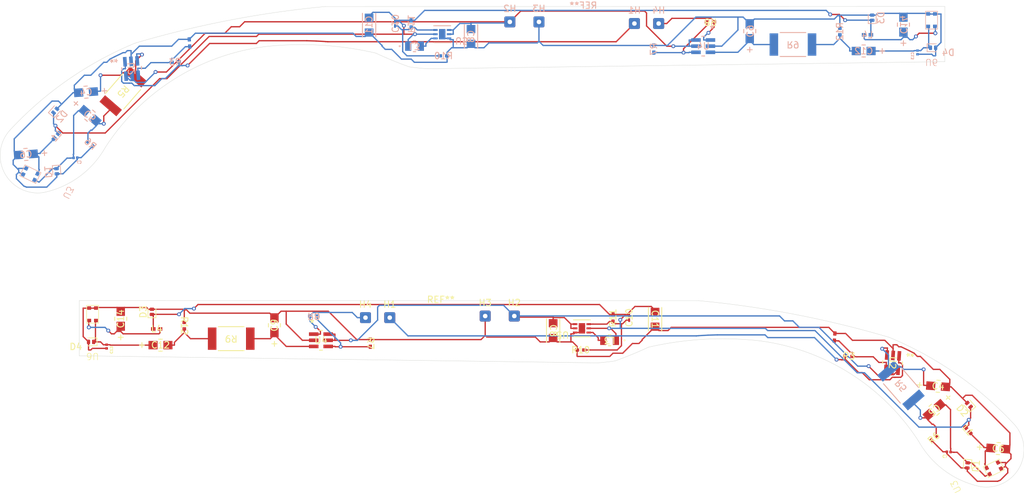
<source format=kicad_pcb>
(kicad_pcb (version 20240108) (generator "pcbnew") (generator_version "8.0")
  (layers (0 "F.Cu" signal) (31 "B.Cu" signal) (34 "B.Paste" user) (35 "F.Paste" user) (36 "B.SilkS" user "B.Silkscreen") (37 "F.SilkS" user "F.Silkscreen") (38 "B.Mask" user) (39 "F.Mask" user) (44 "Edge.Cuts" user))
  (net 0 "")
  (net 1 "Net-(D1-A2)")
  (net 2 "Net-(D2-A1)")
  (net 3 "Net-(U2-IN+)")
  (net 4 "Net-(C5-Pad2)")
  (net 5 "Net-(D1-A1)")
  (net 6 "Net-(U3-GND)")
  (net 7 "Net-(U2-OUT)")
  (net 8 "Net-(U2-IN-)")
  (net 9 "Net-(U4-IN+)")
  (net 10 "Net-(U2-SD)")
  (net 11 "Net-(C12-Pad2)")
  (net 12 "Net-(D4-A1)")
  (net 13 "Net-(U6-2V)")
  (net 14 "Net-(U4-OUT)")
  (net 15 "Net-(U5-SW)")
  (net 16 "Net-(U4-IN-)")
  (net 18 "Net-(U5-FB)")
  (footprint "ARGlasses:RC0402N_PAN" (layer "F.Cu") (at 146.5 73.0528 90)
    (property "Reference" "R11")
    (property "Value" "360kO")
  )
  (footprint "ARGlasses:RC0402N_PAN" (layer "F.Cu") (at 182.9487 78.9595 -4)
    (property "Reference" "R3")
    (property "Value" "15kO")
  )
  (footprint "ARGlasses:IND_BLM15_0402_MUR" (layer "F.Cu") (at 201.3402 90.3942 -49)
    (property "Reference" "L1")
    (property "Value" "BLM15AG102SN1D")
  )
  (footprint "Diode_SMD:D_SOD-882D" (layer "F.Cu") (at 65.85 76.75 180)
    (property "Reference" "D4")
    (property "Value" "D_TVS")
  )
  (footprint "ARGlasses:RC0402N_PAN" (layer "F.Cu") (at 180.75 76 -94)
    (property "Reference" "R4" (hide yes))
    (property "Value" "10kO")
  )
  (footprint "Single Input Op Amp:DBV6" (layer "F.Cu") (at 189.698 79.9592 -94)
    (property "Reference" "U2")
    (property "Value" "OPA341NA/3K")
  )
  (footprint "ARGlasses:RC0402N_PAN" (layer "F.Cu") (at 161.55772 27.25 180)
    (property "Reference" "R8")
    (property "Value" "15kO")
  )
  (footprint "ARGlasses:CMM2718AT" (layer "F.Cu") (at 205.3473 96.3027 116)
    (property "Reference" "U3")
    (property "Value" "~")
  )
  (footprint "ARGlasses:CAPC0603X33N" (layer "F.Cu") (at 198.3792 93.7645 176)
    (property "Reference" "C7")
    (property "Value" "15pF")
  )
  (footprint "Diode_SMD:D_SOD-882D" (layer "F.Cu") (at 75.25 72.1 90)
    (property "Reference" "D3")
    (property "Value" "D_TVS")
  )
  (footprint "Diode_SMD:D_SOD-882D" (layer "F.Cu") (at 201.2793 95.8511 -94)
    (property "Reference" "D1")
    (property "Value" "D_TVS")
  )
  (footprint "ARGlasses:CAPC0603X33N" (layer "F.Cu") (at 68.25 77.469 -90)
    (property "Reference" "C13")
    (property "Value" "15pF")
  )
  (footprint "Single Input Op Amp:DBV6" (layer "F.Cu") (at 101.3676 76.5)
    (property "Reference" "U4")
    (property "Value" "OPA341NA/3K")
  )
  (footprint "ARGlasses:RC0402N_PAN" (layer "F.Cu") (at 109 76.9472 -90)
    (property "Reference" "R7")
    (property "Value" "10kO")
  )
  (footprint "ARGlasses:RES_RMCF2512_STP" (layer "F.Cu") (at 70.80772 38 -131)
    (property "Reference" "R5")
    (property "Value" "90.9 O")
  )
  (footprint "ARGlasses:G-033_MUR" (layer "F.Cu") (at 149 73 90)
    (property "Reference" "C10")
    (property "Value" "22pF")
  )
  (footprint "ARGlasses:IND_2012_TDK" (layer "F.Cu") (at 145.9778 76.5 180)
    (property "Reference" "L3")
    (property "Value" "22uH")
  )
  (footprint "ARGlasses:CAPMP3.4X1.6_1.8N_KEM" (layer "F.Cu") (at 206.0377 93.25 -4)
    (property "Reference" "C6")
    (property "Value" "0.1uF")
  )
  (footprint "Diode_SMD:D_SOD-882D" (layer "F.Cu") (at 201.5 86.5 131)
    (property "Reference" "D2")
    (property "Value" "D_TVS")
  )
  (footprint "ARGlasses:CAPMP3.4X1.6_1.8N_KEM" (layer "F.Cu") (at 196.132295 87.254284 -139)
    (property "Reference" "C5")
    (property "Value" "0.1uF")
  )
  (footprint "Connector_Wire:SolderWire-0.15sqmm_1x01_D0.5mm_OD1.5mm" (layer "F.Cu") (at 108.25 73)
    (property "Reference" "H4")
    (property "Value" "MountingHole_Pad")
  )
  (footprint "ARGlasses:IND_BLM15_0402_MUR" (layer "F.Cu") (at 75.9793 74.75)
    (property "Reference" "L4")
    (property "Value" "BLM15AG102SN1D")
  )
  (footprint "ARGlasses:TAJA_AVX" (layer "F.Cu") (at 137.25 75 -90)
    (property "Reference" "C8")
    (property "Value" "4.7uF")
  )
  (footprint "Connector_Wire:SolderWire-0.15sqmm_1x01_D0.5mm_OD1.5mm" (layer "F.Cu") (at 112 73)
    (property "Reference" "H1")
    (property "Value" "MountingHole_Pad")
  )
  (footprint "ARGlasses:CAPMP3.4X1.6_1.8N_KEM" (layer "F.Cu") (at 76.5723 77.25)
    (property "Reference" "C12")
    (property "Value" "0.1uF")
  )
  (footprint "ARGlasses:CAPMP3.4X1.6_1.8N_KEM" (layer "F.Cu") (at 70.4277 73.1777 90)
    (property "Reference" "C14")
    (property "Value" "0.1uF")
  )
  (footprint "ARGlasses:RES_RN73R_1E_KOA" (layer "F.Cu") (at 196.0736 91.6249 41)
    (property "Reference" "R6")
    (property "Value" "17.8kO")
  )
  (footprint "ARGlasses:CAPMP3.4X1.6_1.8N_KEM" (layer "F.Cu") (at 94.1777 74.1777 90)
    (property "Reference" "C9")
    (property "Value" "0.1uF")
  )
  (footprint "ARGlasses:TAJA_AVX" (layer "F.Cu") (at 153 73.25 -90)
    (property "Reference" "C11")
    (property "Value" "4.7uF")
  )
  (footprint "ARGlasses:CAPMP3.4X1.6_1.8N_KEM" (layer "F.Cu") (at 196.7493 83.6179 -4)
    (property "Reference" "C4")
    (property "Value" "0.1uF")
  )
  (footprint "ARGlasses:RC0402N_PAN" (layer "F.Cu") (at 141.5 78)
    (property "Reference" "R10")
    (property "Value" "240kO")
  )
  (footprint "Voltage Regulator:DRV6_1P6X1" (layer "F.Cu") (at 141.7 74.65 180)
    (property "Reference" "U5")
    (property "Value" "TPS62122DRVR" (hide yes))
  )
  (footprint "MountingHole:MountingHole_2.1mm" (layer "F.Cu") (at 119.9 73.41)
    (property "Reference" "REF**")
    (property "Value" "MountingHole_2.1mm")
  )
  (footprint "ARGlasses:RES_RMCF2512_STP" (layer "F.Cu") (at 87.5 76.25 180)
    (property "Reference" "R9")
    (property "Value" "90.9 O")
  )
  (footprint "Connector_Wire:SolderWire-0.15sqmm_1x01_D0.5mm_OD1.5mm" (layer "F.Cu") (at 126.75 72.75)
    (property "Reference" "H3")
    (property "Value" "MountingHole_Pad")
  )
  (footprint "ARGlasses:RES_RN73R_1E_KOA" (layer "F.Cu") (at 80.25 74.2453 -90)
    (property "Reference" "R12")
    (property "Value" "17.8kO")
  )
  (footprint "Connector_Wire:SolderWire-0.15sqmm_1x01_D0.5mm_OD1.5mm" (layer "F.Cu") (at 131.25 72.75)
    (property "Reference" "H2")
    (property "Value" "MountingHole_Pad")
  )
  (footprint "ARGlasses:CMM2718AT" (layer "F.Cu") (at 66.08 72.48 180)
    (property "Reference" "U6")
    (property "Value" "~")
  )
  (footprint "ARGlasses:RC0402N_PAN" (layer "B.Cu") (at 100.25 72.75)
    (property "Reference" "R8")
    (property "Value" "15kO")
  )
  (footprint "ARGlasses:IND_BLM15_0402_MUR" (layer "B.Cu") (at 185.82842 29.25 180)
    (property "Reference" "L4")
    (property "Value" "BLM15AG102SN1D")
  )
  (footprint "ARGlasses:RC0402N_PAN" (layer "B.Cu") (at 152.80772 31.4472 -90)
    (property "Reference" "R7")
    (property "Value" "10kO")
  )
  (footprint "Diode_SMD:D_SOD-882D" (layer "B.Cu") (at 60.52842 50.3511 -86)
    (property "Reference" "D1")
    (property "Value" "D_TVS")
  )
  (footprint "ARGlasses:CMM2718AT" (layer "B.Cu") (at 195.72772 26.98)
    (property "Reference" "U6")
    (property "Value" "~")
  )
  (footprint "ARGlasses:RC0402N_PAN" (layer "B.Cu") (at 81.05772 30.5 -86)
    (property "Reference" "R4" (hide yes))
    (property "Value" "10kO")
  )
  (footprint "Diode_SMD:D_SOD-882D" (layer "B.Cu") (at 195.95772 31.25)
    (property "Reference" "D4")
    (property "Value" "D_TVS")
  )
  (footprint "ARGlasses:RC0402N_PAN" (layer "B.Cu") (at 78.85902 33.4595 -176)
    (property "Reference" "R3")
    (property "Value" "15kO")
  )
  (footprint "Single Input Op Amp:DBV6" (layer "B.Cu") (at 160.44012 31 180)
    (property "Reference" "U4")
    (property "Value" "OPA341NA/3K")
  )
  (footprint "Connector_Wire:SolderWire-0.15sqmm_1x01_D0.5mm_OD1.5mm" (layer "B.Cu") (at 153.55772 27.5 180)
    (property "Reference" "H4")
    (property "Value" "MountingHole_Pad")
  )
  (footprint "ARGlasses:CAPMP3.4X1.6_1.8N_KEM" (layer "B.Cu") (at 167.63002 28.6777 90)
    (property "Reference" "C9")
    (property "Value" "0.1uF")
  )
  (footprint "ARGlasses:G-033_MUR" (layer "B.Cu") (at 112.80772 27.5 90)
    (property "Reference" "C10")
    (property "Value" "22pF")
  )
  (footprint "Connector_Wire:SolderWire-0.15sqmm_1x01_D0.5mm_OD1.5mm" (layer "B.Cu") (at 149.80772 27.5 180)
    (property "Reference" "H1")
    (property "Value" "MountingHole_Pad")
  )
  (footprint "ARGlasses:IND_BLM15_0402_MUR" (layer "B.Cu") (at 60.46752 44.8942 -131)
    (property "Reference" "L1")
    (property "Value" "BLM15AG102SN1D")
  )
  (footprint "Diode_SMD:D_SOD-882D" (layer "B.Cu") (at 60.30772 41 49)
    (property "Reference" "D2")
    (property "Value" "D_TVS")
  )
  (footprint "Connector_Wire:SolderWire-0.15sqmm_1x01_D0.5mm_OD1.5mm" (layer "B.Cu") (at 135.05772 27.25 180)
    (property "Reference" "H3")
    (property "Value" "MountingHole_Pad")
  )
  (footprint "ARGlasses:CMM2718AT" (layer "B.Cu") (at 56.46042 50.8027 64)
    (property "Reference" "U3")
    (property "Value" "~")
  )
  (footprint "Single Input Op Amp:DBV6" (layer "B.Cu") (at 72.10972 34.4592 -86)
    (property "Reference" "U2")
    (property "Value" "OPA341NA/3K")
  )
  (footprint "ARGlasses:IND_2012_TDK" (layer "B.Cu") (at 115.82992 31)
    (property "Reference" "L3")
    (property "Value" "22uH")
  )
  (footprint "ARGlasses:CAPMP3.4X1.6_1.8N_KEM" (layer "B.Cu") (at 191.38002 27.6777 90)
    (property "Reference" "C14")
    (property "Value" "0.1uF")
  )
  (footprint "ARGlasses:CAPC0603X33N" (layer "B.Cu") (at 193.55772 31.969 -90)
    (property "Reference" "C13")
    (property "Value" "15pF")
  )
  (footprint "Connector_Wire:SolderWire-0.15sqmm_1x01_D0.5mm_OD1.5mm" (layer "B.Cu") (at 130.55772 27.25 180)
    (property "Reference" "H2")
    (property "Value" "MountingHole_Pad")
  )
  (footprint "ARGlasses:RES_RN73R_1E_KOA" (layer "B.Cu") (at 181.55772 28.7453 -90)
    (property "Reference" "R12")
    (property "Value" "17.8kO")
  )
  (footprint "ARGlasses:CAPC0603X33N" (layer "B.Cu") (at 63.42852 48.2645 4)
    (property "Reference" "C7")
    (property "Value" "15pF")
  )
  (footprint "ARGlasses:RES_RN73R_1E_KOA" (layer "B.Cu") (at 65.73412 46.1249 139)
    (property "Reference" "R6")
    (property "Value" "17.8kO")
  )
  (footprint "ARGlasses:RES_RMCF2512_STP" (layer "B.Cu") (at 191 83.5 -49)
    (property "Reference" "R5")
    (property "Value" "90.9 O")
  )
  (footprint "ARGlasses:RC0402N_PAN" (layer "B.Cu") (at 115.30772 27.5528 90)
    (property "Reference" "R11")
    (property "Value" "360kO")
  )
  (footprint "MountingHole:MountingHole_2.1mm" (layer "B.Cu") (at 141.90772 27.91 180)
    (property "Reference" "REF**")
    (property "Value" "MountingHole_2.1mm")
  )
  (footprint "ARGlasses:CAPMP3.4X1.6_1.8N_KEM" (layer "B.Cu") (at 55.77002 47.75 -176)
    (property "Reference" "C6")
    (property "Value" "0.1uF")
  )
  (footprint "ARGlasses:CAPMP3.4X1.6_1.8N_KEM" (layer "B.Cu") (at 65.675425 41.754284 -41)
    (property "Reference" "C5")
    (property "Value" "0.1uF")
  )
  (footprint "ARGlasses:RES_RMCF2512_STP" (layer "B.Cu") (at 174.30772 30.75)
    (property "Reference" "R9")
    (property "Value" "90.9 O")
  )
  (footprint "ARGlasses:TAJA_AVX" (layer "B.Cu") (at 108.80772 27.75 -90)
    (property "Reference" "C11")
    (property "Value" "4.7uF")
  )
  (footprint "Diode_SMD:D_SOD-882D" (layer "B.Cu") (at 186.55772 26.6 90)
    (property "Reference" "D3")
    (property "Value" "D_TVS")
  )
  (footprint "ARGlasses:CAPMP3.4X1.6_1.8N_KEM" (layer "B.Cu") (at 185.23542 31.75 180)
    (property "Reference" "C12")
    (property "Value" "0.1uF")
  )
  (footprint "ARGlasses:CAPMP3.4X1.6_1.8N_KEM" (layer "B.Cu") (at 65.05842 38.1179 -176)
    (property "Reference" "C4")
    (property "Value" "0.1uF")
  )
  (footprint "Voltage Regulator:DRV6_1P6X1" (layer "B.Cu") (at 120.10772 29.15)
    (property "Reference" "U5")
    (property "Value" "TPS62122DRVR" (hide yes))
  )
  (footprint "ARGlasses:TAJA_AVX" (layer "B.Cu") (at 124.55772 29.5 -90)
    (property "Reference" "C8")
    (property "Value" "4.7uF")
  )
  (footprint "ARGlasses:RC0402N_PAN" (layer "B.Cu") (at 120.30772 32.5 180)
    (property "Reference" "R10")
    (property "Value" "240kO")
  )
  (gr_line (start 140.65 75.3) (end 141.42 75.3) (stroke (width 0.2)) (layer "F.Cu"))
  (gr_line (start 120.38772 29.8) (end 121.15772 29.8) (stroke (width 0.2)) (layer "B.Cu"))
  (gr_arc (start 115.005889 34.199299) (mid 112.396047 33.19653) (end 109.836221 32.072204) (stroke (width 0.05)) (layer "Edge.Cuts"))
  (gr_arc (start 189.183398 76.04343) (mid 199.568698 81.724921) (end 208.500157 89.494278) (stroke (width 0.05)) (layer "Edge.Cuts"))
  (gr_line (start 64.02 78.9) (end 64.013426 70.360946) (stroke (width 0.05)) (layer "Edge.Cuts"))
  (gr_line (start 64.013426 70.360946) (end 159.769626 70.373994) (stroke (width 0.05)) (layer "Edge.Cuts"))
  (gr_line (start 102.038094 24.873994) (end 197.794294 24.860946) (stroke (width 0.05)) (layer "Edge.Cuts"))
  (gr_arc (start 68.043266 46.672254) (mid 64.03693 51.181472) (end 58.52786 53.637851) (stroke (width 0.05)) (layer "Edge.Cuts"))
  (gr_arc (start 68.043266 46.672254) (mid 78.650059 36.136141) (end 92.717088 31.073295) (stroke (width 0.05)) (layer "Edge.Cuts"))
  (gr_arc (start 146.801831 79.699299) (mid 145.415186 79.875715) (end 144.022597 79.996551) (stroke (width 0.05)) (layer "Edge.Cuts"))
  (gr_arc (start 58.52786 53.637851) (mid 52.496719 50.667915) (end 53.307563 43.994278) (stroke (width 0.05)) (layer "Edge.Cuts"))
  (gr_arc (start 151.971499 77.572204) (mid 160.488879 76.349748) (end 169.090632 76.573295) (stroke (width 0.05)) (layer "Edge.Cuts"))
  (gr_line (start 197.78772 33.4) (end 117.785123 34.496551) (stroke (width 0.05)) (layer "Edge.Cuts"))
  (gr_arc (start 169.090632 76.573295) (mid 183.157658 81.63614) (end 193.764454 92.172254) (stroke (width 0.05)) (layer "Edge.Cuts"))
  (gr_arc (start 117.785123 34.496551) (mid 116.392534 34.375714) (end 115.005889 34.199299) (stroke (width 0.05)) (layer "Edge.Cuts"))
  (gr_arc (start 208.500157 89.494278) (mid 209.310974 96.167915) (end 203.27986 99.137851) (stroke (width 0.05)) (layer "Edge.Cuts"))
  (gr_arc (start 203.27986 99.137851) (mid 197.770796 96.681449) (end 193.764454 92.172254) (stroke (width 0.05)) (layer "Edge.Cuts"))
  (gr_arc (start 72.624322 30.54343) (mid 87.193733 26.995473) (end 102.038094 24.873994) (stroke (width 0.05)) (layer "Edge.Cuts"))
  (gr_line (start 144.022597 79.996551) (end 64.02 78.9) (stroke (width 0.05)) (layer "Edge.Cuts"))
  (gr_arc (start 92.717088 31.073295) (mid 101.318841 30.849752) (end 109.836221 32.072204) (stroke (width 0.05)) (layer "Edge.Cuts"))
  (gr_arc (start 53.307563 43.994278) (mid 62.239023 36.224926) (end 72.624322 30.54343) (stroke (width 0.05)) (layer "Edge.Cuts"))
  (gr_arc (start 159.769626 70.373994) (mid 174.613986 72.495477) (end 189.183398 76.04343) (stroke (width 0.05)) (layer "Edge.Cuts"))
  (gr_line (start 197.794294 24.860946) (end 197.78772 33.4) (stroke (width 0.05)) (layer "Edge.Cuts"))
  (gr_arc (start 151.971499 77.572204) (mid 149.411673 78.69653) (end 146.801831 79.699299) (stroke (width 0.05)) (layer "Edge.Cuts"))
  (segment (start 95.2057 72) (end 94.1777 73.028) (width 0.2) (layer "F.Cu") (net 1))
  (segment (start 192.289 78.1166) (end 192.961 78.4605) (width 0.2) (layer "F.Cu") (net 1))
  (segment (start 208 94.800036) (end 207.275018 95.525018) (width 0.2) (layer "F.Cu") (net 1))
  (segment (start 66.3815 71.4285) (end 66.275 71.535) (width 0.2) (layer "F.Cu") (net 1))
  (segment (start 198.549 83.0776) (end 197.924 83.7021) (width 0.2) (layer "F.Cu") (net 1))
  (segment (start 155.5 74.5) (end 179.842 74.5) (width 0.2) (layer "F.Cu") (net 1))
  (segment (start 207.1479 96.0154) (end 207.1479 95.652136) (width 0.2) (layer "F.Cu") (net 1))
  (segment (start 180.79 75.4487) (end 180.7905 75.4487) (width 0.2) (layer "F.Cu") (net 1))
  (segment (start 109 76.3944) (end 106.894 76.3944) (width 0.2) (layer "F.Cu") (net 1))
  (segment (start 127 76) (end 134.5 76) (width 0.2) (layer "F.Cu") (net 1))
  (segment (start 65.475 71.535) (end 65.225 71.535) (width 0.2) (layer "F.Cu") (net 1))
  (segment (start 206.4446 96.3554) (end 207.1479 96.0154) (width 0.2) (layer "F.Cu") (net 1))
  (segment (start 74.4285 71.4285) (end 71.0272 71.4285) (width 0.2) (layer "F.Cu") (net 1))
  (segment (start 66.275 71.535) (end 65.475 71.535) (width 0.2) (layer "F.Cu") (net 1))
  (segment (start 197.924 83.7021) (end 198.744 83.7021) (width 0.2) (layer "F.Cu") (net 1))
  (segment (start 137.25 76.1432) (end 137.858 76.751) (width 0.2) (layer "F.Cu") (net 1))
  (segment (start 70.4277 72.028) (end 69.8282 71.4285) (width 0.2) (layer "F.Cu") (net 1))
  (segment (start 94.1777 73.028) (end 94.1777 73.1777) (width 0.2) (layer "F.Cu") (net 1))
  (segment (start 207.4879 96.3554) (end 207.5 96.3554) (width 0.2) (layer "F.Cu") (net 1))
  (segment (start 189.78 78.3122) (end 189.7799 78.3123) (width 0.2) (layer "F.Cu") (net 1))
  (segment (start 190.31 77.1898) (end 190.398 77.2289) (width 0.2) (layer "F.Cu") (net 1))
  (segment (start 202 85) (end 207.837 90.8373) (width 0.2) (layer "F.Cu") (net 1))
  (segment (start 94.1777 73.028) (end 94.1777 73.027978) (width 0.2) (layer "F.Cu") (net 1))
  (segment (start 150.5 77) (end 151 76.5) (width 0.2) (layer "F.Cu") (net 1))
  (segment (start 140.947 78.1069) (end 140.9472 78.1067) (width 0.2) (layer "F.Cu") (net 1))
  (segment (start 65.8001 78) (end 66.0501 77.75) (width 0.2) (layer "F.Cu") (net 1))
  (segment (start 201.2388 86.197) (end 201.239 86.1972) (width 0.2) (layer "F.Cu") (net 1))
  (segment (start 190.669 77.5) (end 191.002 77.5) (width 0.2) (layer "F.Cu") (net 1))
  (segment (start 189.78 78.3122) (end 189.78 78.8446) (width 0.2) (layer "F.Cu") (net 1))
  (segment (start 208 94.1502) (end 208 94.800036) (width 0.2) (layer "F.Cu") (net 1))
  (segment (start 201 85) (end 202 85) (width 0.2) (layer "F.Cu") (net 1))
  (segment (start 149.5 77) (end 150.5 77) (width 0.2) (layer "F.Cu") (net 1))
  (segment (start 140 76.751) (end 140.249 76.751) (width 0.2) (layer "F.Cu") (net 1))
  (segment (start 140.249 76.751) (end 140.947 77.4492) (width 0.2) (layer "F.Cu") (net 1))
  (segment (start 66.0501 77.75) (end 68.25 77.75) (width 0.2) (layer "F.Cu") (net 1))
  (segment (start 193.538 79) (end 194 79) (width 0.2) (layer "F.Cu") (net 1))
  (segment (start 206.367 98.1326) (end 206.111 98.2462) (width 0.2) (layer "F.Cu") (net 1))
  (segment (start 190.398 77.2289) (end 190.669 77.5) (width 0.2) (layer "F.Cu") (net 1))
  (segment (start 74.7 71.7) (end 74.4285 71.4285) (width 0.2) (layer "F.Cu") (net 1))
  (segment (start 106.894 76.3944) (end 102.5 72) (width 0.2) (layer "F.Cu") (net 1))
  (segment (start 140 75.5) (end 140.449999 75.5) (width 0.2) (layer "F.Cu") (net 1))
  (segment (start 207.275018 95.525018) (end 207.16 95.41) (width 0.2) (layer "F.Cu") (net 1))
  (segment (start 193 78.5) (end 193.038 78.5) (width 0.2) (layer "F.Cu") (net 1))
  (segment (start 140 76.751) (end 140 75.5) (width 0.2) (layer "F.Cu") (net 1))
  (segment (start 205.933 98.3078) (end 202.808 98.3078) (width 0.2) (layer "F.Cu") (net 1))
  (segment (start 179.842 74.5) (end 180.79 75.4487) (width 0.2) (layer "F.Cu") (net 1))
  (segment (start 126.75 72.75) (end 126.75 75.75) (width 0.2) (layer "F.Cu") (net 1))
  (segment (start 148 78.5) (end 149.5 77) (width 0.2) (layer "F.Cu") (net 1))
  (segment (start 140.947 78.1069) (end 140.947 78.9472) (width 0.2) (layer "F.Cu") (net 1))
  (segment (start 198.744 83.7021) (end 200.521 85.4793) (width 0.2) (layer "F.Cu") (net 1))
  (segment (start 141 79) (end 146 79) (width 0.2) (layer "F.Cu") (net 1))
  (segment (start 153 74.3932) (end 153.608 75.001) (width 0.2) (layer "F.Cu") (net 1))
  (segment (start 137.858 76.751) (end 140 76.751) (width 0.2) (layer "F.Cu") (net 1))
  (segment (start 80.25 73.75) (end 80.25 71.95) (width 0.2) (layer "F.Cu") (net 1))
  (segment (start 207.5 96.3554) (end 207.5 97) (width 0.2) (layer "F.Cu") (net 1))
  (segment (start 146.5 78.5) (end 148 78.5) (width 0.2) (layer "F.Cu") (net 1))
  (segment (start 191.002 77.5) (end 192.289 78.1166) (width 0.2) (layer "F.Cu") (net 1))
  (segment (start 94.1777 73.1777) (end 94.6815 73.6815) (width 0.2) (layer "F.Cu") (net 1))
  (segment (start 196 81) (end 197 81) (width 0.2) (layer "F.Cu") (net 1))
  (segment (start 154.999 75.001) (end 155.5 74.5) (width 0.2) (layer "F.Cu") (net 1))
  (segment (start 197 81) (end 198.549 82.5489) (width 0.2) (layer "F.Cu") (net 1))
  (segment (start 66.3815 71.4285) (end 66.6315 71.4285) (width 0.2) (layer "F.Cu") (net 1))
  (segment (start 196.5965 92.8462) (end 195.699 91.9486) (width 0.2) (layer "F.Cu") (net 1))
  (segment (start 126.106 76.3944) (end 109 76.3944) (width 0.2) (layer "F.Cu") (net 1))
  (segment (start 192.961 78.4605) (end 193 78.5) (width 0.2) (layer "F.Cu") (net 1))
  (segment (start 207.837 92.7097) (end 207.213 93.3342) (width 0.2) (layer "F.Cu") (net 1))
  (segment (start 207.1479 96.0154) (end 207.4879 96.3554) (width 0.2) (layer "F.Cu") (net 1))
  (segment (start 207.837 90.8373) (end 207.837 92.7097) (width 0.2) (layer "F.Cu") (net 1))
  (segment (start 207.1479 95.652136) (end 207.275018 95.525018) (width 0.2) (layer "F.Cu") (net 1))
  (segment (start 153.608 75.001) (end 154.999 75.001) (width 0.2) (layer "F.Cu") (net 1))
  (segment (start 206.111 98.2462) (end 205.933 98.3078) (width 0.2) (layer "F.Cu") (net 1))
  (segment (start 151 76.5) (end 151 76.3932) (width 0.2) (layer "F.Cu") (net 1))
  (segment (start 135.251 76.751) (end 136.642 76.751) (width 0.2) (layer "F.Cu") (net 1))
  (segment (start 65.45 77.95) (end 65.5 78) (width 0.2) (layer "F.Cu") (net 1))
  (segment (start 200.31 96.25) (end 198.099 94.0385) (width 0.2) (layer "F.Cu") (net 1))
  (segment (start 197.494 93.7439) (end 196.5965 92.8462) (width 0.2) (layer "F.Cu") (net 1))
  (segment (start 140.947 77.4492) (end 140.947 78.1069) (width 0.2) (layer "F.Cu") (net 1))
  (segment (start 93.454064 72.304342) (end 81.104342 72.304342) (width 0.2) (layer "F.Cu") (net 1))
  (segment (start 140.449999 75.5) (end 140.65 75.299999) (width 0.2) (layer "F.Cu") (net 1))
  (segment (start 96 72) (end 95.2057 72) (width 0.2) (layer "F.Cu") (net 1))
  (segment (start 65.475 71.535) (end 64.6305 71.535) (width 0.2) (layer "F.Cu") (net 1))
  (segment (start 188.5 76.5) (end 189.78 77.7798) (width 0.2) (layer "F.Cu") (net 1))
  (segment (start 198.099 93.7439) (end 197.494 93.7439) (width 0.2) (layer "F.Cu") (net 1))
  (segment (start 65.45 76.75) (end 65.45 77.95) (width 0.2) (layer "F.Cu") (net 1))
  (segment (start 140.947 78.9472) (end 141 79) (width 0.2) (layer "F.Cu") (net 1))
  (segment (start 198.549 82.5489) (end 198.549 83.0776) (width 0.2) (layer "F.Cu") (net 1))
  (segment (start 189.78 77.7798) (end 189.78 77.2202) (width 0.2) (layer "F.Cu") (net 1))
  (segment (start 189.78 77.2202) (end 189.81 77.1898) (width 0.2) (layer "F.Cu") (net 1))
  (segment (start 94.1777 73.027978) (end 93.454064 72.304342) (width 0.2) (layer "F.Cu") (net 1))
  (segment (start 136.642 76.751) (end 137.25 76.1432) (width 0.2) (layer "F.Cu") (net 1))
  (segment (start 201.25 96.75) (end 201.25 96.25) (width 0.2) (layer "F.Cu") (net 1))
  (segment (start 146 79) (end 146.5 78.5) (width 0.2) (layer "F.Cu") (net 1))
  (segment (start 66.6315 71.4285) (end 66.525 71.535) (width 0.2) (layer "F.Cu") (net 1))
  (segment (start 197.8959 83.7021) (end 197.924 83.7021) (width 0.2) (layer "F.Cu") (net 1))
  (segment (start 180.7905 75.4487) (end 182.449 75.4487) (width 0.2) (layer "F.Cu") (net 1))
  (segment (start 69.8282 71.4285) (end 66.6315 71.4285) (width 0.2) (layer "F.Cu") (net 1))
  (segment (start 96 74) (end 96 72) (width 0.2) (layer "F.Cu") (net 1))
  (segment (start 81.104342 72.304342) (end 80.5 71.7) (width 0.2) (layer "F.Cu") (net 1))
  (segment (start 100.25 76.5) (end 98.5 76.5) (width 0.2) (layer "F.Cu") (net 1))
  (segment (start 198.099 94.0385) (end 198.099 93.7439) (width 0.2) (layer "F.Cu") (net 1))
  (segment (start 207.5 97) (end 206.367 98.1326) (width 0.2) (layer "F.Cu") (net 1))
  (segment (start 200.521 85.4793) (end 201.2388 86.197) (width 0.2) (layer "F.Cu") (net 1))
  (segment (start 65.5 78) (end 65.8001 78) (width 0.2) (layer "F.Cu") (net 1))
  (segment (start 207.16 95.41) (end 205.9876 95.41) (width 0.2) (layer "F.Cu") (net 1))
  (segment (start 75.25 71.7) (end 74.7 71.7) (width 0.2) (layer "F.Cu") (net 1))
  (segment (start 64.624928 71.529428) (end 64.624928 75.924928) (width 0.2) (layer "F.Cu") (net 1))
  (segment (start 134.5 76) (end 135.251 76.751) (width 0.2) (layer "F.Cu") (net 1))
  (segment (start 201.2386 86.1972) (end 201.2388 86.197) (width 0.2) (layer "F.Cu") (net 1))
  (segment (start 64.624928 75.924928) (end 65.45 76.75) (width 0.2) (layer "F.Cu") (net 1))
  (segment (start 207.213 93.3342) (end 207.184 93.3342) (width 0.2) (layer "F.Cu") (net 1))
  (segment (start 189.78 77.7798) (end 189.78 78.3122) (width 0.2) (layer "F.Cu") (net 1))
  (segment (start 98.5 76.5) (end 96 74) (width 0.2) (layer "F.Cu") (net 1))
  (segment (start 189.7799 78.3123) (end 189.7799 78.8446) (width 0.2) (layer "F.Cu") (net 1))
  (segment (start 64.6305 71.535) (end 64.624928 71.529428) (width 0.2) (layer "F.Cu") (net 1))
  (segment (start 202.808 98.3078) (end 201.25 96.75) (width 0.2) (layer "F.Cu") (net 1))
  (segment (start 71.0272 71.4285) (end 70.4277 72.028) (width 0.2) (layer "F.Cu") (net 1))
  (segment (start 182.449 75.4487) (end 183.5 76.5) (width 0.2) (layer "F.Cu") (net 1))
  (segment (start 80.25 71.95) (end 80.5 71.7) (width 0.2) (layer "F.Cu") (net 1))
  (segment (start 200.521 85.4793) (end 201 85) (width 0.2) (layer "F.Cu") (net 1))
  (segment (start 151 76.3932) (end 153 74.3932) (width 0.2) (layer "F.Cu") (net 1))
  (segment (start 126.75 75.75) (end 126.106 76.3944) (width 0.2) (layer "F.Cu") (net 1))
  (segment (start 207.184 93.3342) (end 208 94.1502) (width 0.2) (layer "F.Cu") (net 1))
  (segment (start 183.5 76.5) (end 188.5 76.5) (width 0.2) (layer "F.Cu") (net 1))
  (segment (start 140.9472 78.1067) (end 140.9472 78) (width 0.2) (layer "F.Cu") (net 1))
  (segment (start 201.25 96.25) (end 200.31 96.25) (width 0.2) (layer "F.Cu") (net 1))
  (segment (start 194 79) (end 196 81) (width 0.2) (layer "F.Cu") (net 1))
  (segment (start 102.5 72) (end 96 72) (width 0.2) (layer "F.Cu") (net 1))
  (segment (start 193.038 78.5) (end 193.538 79) (width 0.2) (layer "F.Cu") (net 1))
  (segment (start 80.5 71.7) (end 75.25 71.7) (width 0.2) (layer "F.Cu") (net 1))
  (segment (start 126.75 75.75) (end 127 76) (width 0.2) (layer "F.Cu") (net 1))
  (segment (start 189.81 77.1898) (end 190.31 77.1898) (width 0.2) (layer "F.Cu") (net 1))
  (segment (start 71.40972 31.7289) (end 71.13872 32) (width 0.2) (layer "B.Cu") (net 1))
  (segment (start 196.35772 31.25) (end 196.35772 32.45) (width 0.2) (layer "B.Cu") (net 1))
  (segment (start 63.25872 37.0489) (end 63.25872 37.5776) (width 0.2) (layer "B.Cu") (net 1))
  (segment (start 115.80772 33.5) (end 115.30772 33) (width 0.2) (layer "B.Cu") (net 1))
  (segment (start 53.80772 48.6502) (end 53.80772 49.300036) (width 0.2) (layer "B.Cu") (net 1))
  (segment (start 196.33272 26.035) (end 196.58272 26.035) (width 0.2) (layer "B.Cu") (net 1))
  (segment (start 115.30772 33) (end 113.80772 33) (width 0.2) (layer "B.Cu") (net 1))
  (segment (start 53.97072 45.3373) (end 53.97072 47.2097) (width 0.2) (layer "B.Cu") (net 1))
  (segment (start 196.00762 32.5) (end 195.75762 32.25) (width 0.2) (layer "B.Cu") (net 1))
  (segment (start 81.96572 29) (end 81.01772 29.9487) (width 0.2) (layer "B.Cu") (net 1))
  (segment (start 54.65982 50.5154) (end 54.31982 50.8554) (width 0.2) (layer "B.Cu") (net 1))
  (segment (start 121.80772 31.251) (end 121.80772 30) (width 0.2) (layer "B.Cu") (net 1))
  (segment (start 135.70172 30.8944) (end 152.80772 30.8944) (width 0.2) (layer "B.Cu") (net 1))
  (segment (start 72.02772 32.8122) (end 72.02772 33.3446) (width 0.2) (layer "B.Cu") (net 1))
  (segment (start 70.80572 32) (end 69.51872 32.6166) (width 0.2) (layer "B.Cu") (net 1))
  (segment (start 55.36312 50.8554) (end 54.65982 50.5154) (width 0.2) (layer "B.Cu") (net 1))
  (segment (start 195.75762 32.25) (end 193.55772 32.25) (width 0.2) (layer "B.Cu") (net 1))
  (segment (start 187.37922 25.9285) (end 190.78052 25.9285) (width 0.2) (layer "B.Cu") (net 1))
  (segment (start 126.55672 31.251) (end 125.16572 31.251) (width 0.2) (layer "B.Cu") (net 1))
  (segment (start 190.78052 25.9285) (end 191.38002 26.528) (width 0.2) (layer "B.Cu") (net 1))
  (segment (start 196.30772 32.5) (end 196.00762 32.5) (width 0.2) (layer "B.Cu") (net 1))
  (segment (start 54.59472 47.8342) (end 54.62372 47.8342) (width 0.2) (layer "B.Cu") (net 1))
  (segment (start 54.31982 50.8554) (end 54.30772 50.8554) (width 0.2) (layer "B.Cu") (net 1))
  (segment (start 63.91182 38.2021) (end 63.88372 38.2021) (width 0.2) (layer "B.Cu") (net 1))
  (segment (start 120.80772 33.5) (end 115.80772 33.5) (width 0.2) (layer "B.Cu") (net 1))
  (segment (start 197.182792 30.424928) (end 196.35772 31.25) (width 0.2) (layer "B.Cu") (net 1))
  (segment (start 81.01722 29.9487) (end 79.35872 29.9487) (width 0.2) (layer "B.Cu") (net 1))
  (segment (start 64.31372 48.2439) (end 65.21122 47.3462) (width 0.2) (layer "B.Cu") (net 1))
  (segment (start 71.99772 31.6898) (end 71.49772 31.6898) (width 0.2) (layer "B.Cu") (net 1))
  (segment (start 181.30772 26.2) (end 186.55772 26.2) (width 0.2) (layer "B.Cu") (net 1))
  (segment (start 54.65982 50.152136) (end 54.532702 50.025018) (width 0.2) (layer "B.Cu") (net 1))
  (segment (start 53.97072 47.2097) (end 54.59472 47.8342) (width 0.2) (layer "B.Cu") (net 1))
  (segment (start 120.86072 32.6069) (end 120.86072 33.4472) (width 0.2) (layer "B.Cu") (net 1))
  (segment (start 72.02782 32.8123) (end 72.02782 33.3446) (width 0.2) (layer "B.Cu") (net 1))
  (segment (start 61.28672 39.9793) (end 60.80772 39.5) (width 0.2) (layer "B.Cu") (net 1))
  (segment (start 71.49772 31.6898) (end 71.40972 31.7289) (width 0.2) (layer "B.Cu") (net 1))
  (segment (start 54.64772 49.91) (end 55.82012 49.91) (width 0.2) (layer "B.Cu") (net 1))
  (segment (start 68.26972 33.5) (end 67.80772 33.5) (width 0.2) (layer "B.Cu") (net 1))
  (segment (start 113.80772 33) (end 112.30772 31.5) (width 0.2) (layer "B.Cu") (net 1))
  (segment (start 161.55772 31) (end 163.30772 31) (width 0.2) (layer "B.Cu") (net 1))
  (segment (start 196.35772 32.45) (end 196.30772 32.5) (width 0.2) (layer "B.Cu") (net 1))
  (segment (start 154.91372 30.8944) (end 159.30772 26.5) (width 0.2) (layer "B.Cu") (net 1))
  (segment (start 167.63002 27.528) (end 167.63002 27.527978) (width 0.2) (layer "B.Cu") (net 1))
  (segment (start 53.80772 49.300036) (end 54.532702 50.025018) (width 0.2) (layer "B.Cu") (net 1))
  (segment (start 121.357721 30) (end 121.15772 29.799999) (width 0.2) (layer "B.Cu") (net 1))
  (segment (start 168.353656 26.804342) (end 180.703378 26.804342) (width 0.2) (layer "B.Cu") (net 1))
  (segment (start 127.30772 30.5) (end 126.55672 31.251) (width 0.2) (layer "B.Cu") (net 1))
  (segment (start 195.42622 25.9285) (end 195.53272 26.035) (width 0.2) (layer "B.Cu") (net 1))
  (segment (start 181.55772 28.25) (end 181.55772 26.45) (width 0.2) (layer "B.Cu") (net 1))
  (segment (start 159.30772 26.5) (end 165.80772 26.5) (width 0.2) (layer "B.Cu") (net 1))
  (segment (start 54.65982 50.5154) (end 54.65982 50.152136) (width 0.2) (layer "B.Cu") (net 1))
  (segment (start 165.80772 26.5) (end 166.60202 26.5) (width 0.2) (layer "B.Cu") (net 1))
  (segment (start 54.30772 50.8554) (end 54.30772 51.5) (width 0.2) (layer "B.Cu") (net 1))
  (segment (start 121.80772 30) (end 121.357721 30) (width 0.2) (layer "B.Cu") (net 1))
  (segment (start 124.55772 30.6432) (end 123.94972 31.251) (width 0.2) (layer "B.Cu") (net 1))
  (segment (start 67.80772 33.5) (end 65.80772 35.5) (width 0.2) (layer "B.Cu") (net 1))
  (segment (start 71.13872 32) (end 70.80572 32) (width 0.2) (layer "B.Cu") (net 1))
  (segment (start 165.80772 28.5) (end 165.80772 26.5) (width 0.2) (layer "B.Cu") (net 1))
  (segment (start 55.69672 52.7462) (end 55.87472 52.8078) (width 0.2) (layer "B.Cu") (net 1))
  (segment (start 68.76972 33) (end 68.26972 33.5) (width 0.2) (layer "B.Cu") (net 1))
  (segment (start 121.80772 31.251) (end 121.55872 31.251) (width 0.2) (layer "B.Cu") (net 1))
  (segment (start 106.30772 29) (end 81.96572 29) (width 0.2) (layer "B.Cu") (net 1))
  (segment (start 78.30772 31) (end 73.30772 31) (width 0.2) (layer "B.Cu") (net 1))
  (segment (start 125.16572 31.251) (end 124.55772 30.6432) (width 0.2) (layer "B.Cu") (net 1))
  (segment (start 197.17722 26.035) (end 197.182792 26.029428) (width 0.2) (layer "B.Cu") (net 1))
  (segment (start 195.53272 26.035) (end 196.33272 26.035) (width 0.2) (layer "B.Cu") (net 1))
  (segment (start 54.532702 50.025018) (end 54.64772 49.91) (width 0.2) (layer "B.Cu") (net 1))
  (segment (start 72.02772 32.8122) (end 72.02782 32.8123) (width 0.2) (layer "B.Cu") (net 1))
  (segment (start 64.80772 35.5) (end 63.25872 37.0489) (width 0.2) (layer "B.Cu") (net 1))
  (segment (start 81.01772 29.9487) (end 81.01722 29.9487) (width 0.2) (layer "B.Cu") (net 1))
  (segment (start 54.62372 47.8342) (end 53.80772 48.6502) (width 0.2) (layer "B.Cu") (net 1))
  (segment (start 123.94972 31.251) (end 121.80772 31.251) (width 0.2) (layer "B.Cu") (net 1))
  (segment (start 135.05772 30.25) (end 134.80772 30.5) (width 0.2) (layer "B.Cu") (net 1))
  (segment (start 181.55772 26.45) (end 181.30772 26.2) (width 0.2) (layer "B.Cu") (net 1))
  (segment (start 112.30772 31.5) (end 111.30772 31.5) (width 0.2) (layer "B.Cu") (net 1))
  (segment (start 108.80772 28.8932) (end 108.19972 29.501) (width 0.2) (layer "B.Cu") (net 1))
  (segment (start 187.10772 26.2) (end 187.37922 25.9285) (width 0.2) (layer "B.Cu") (net 1))
  (segment (start 60.55772 51.25) (end 60.55772 50.75) (width 0.2) (layer "B.Cu") (net 1))
  (segment (start 186.55772 26.2) (end 187.10772 26.2) (width 0.2) (layer "B.Cu") (net 1))
  (segment (start 121.55872 31.251) (end 120.86072 31.9492) (width 0.2) (layer "B.Cu") (net 1))
  (segment (start 167.63002 27.528) (end 167.63002 27.6777) (width 0.2) (layer "B.Cu") (net 1))
  (segment (start 111.30772 31.5) (end 110.80772 31) (width 0.2) (layer "B.Cu") (net 1))
  (segment (start 58.99972 52.8078) (end 60.55772 51.25) (width 0.2) (layer "B.Cu") (net 1))
  (segment (start 63.70872 48.2439) (end 64.31372 48.2439) (width 0.2) (layer "B.Cu") (net 1))
  (segment (start 191.97952 25.9285) (end 195.17622 25.9285) (width 0.2) (layer "B.Cu") (net 1))
  (segment (start 61.28672 39.9793) (end 60.56892 40.697) (width 0.2) (layer "B.Cu") (net 1))
  (segment (start 166.60202 26.5) (end 167.63002 27.528) (width 0.2) (layer "B.Cu") (net 1))
  (segment (start 110.80772 30.8932) (end 108.80772 28.8932) (width 0.2) (layer "B.Cu") (net 1))
  (segment (start 68.84672 32.9605) (end 68.80772 33) (width 0.2) (layer "B.Cu") (net 1))
  (segment (start 108.19972 29.501) (end 106.80872 29.501) (width 0.2) (layer "B.Cu") (net 1))
  (segment (start 196.33272 26.035) (end 197.17722 26.035) (width 0.2) (layer "B.Cu") (net 1))
  (segment (start 120.86072 33.4472) (end 120.80772 33.5) (width 0.2) (layer "B.Cu") (net 1))
  (segment (start 60.56912 40.6972) (end 60.56892 40.697) (width 0.2) (layer "B.Cu") (net 1))
  (segment (start 55.44072 52.6326) (end 55.69672 52.7462) (width 0.2) (layer "B.Cu") (net 1))
  (segment (start 68.80772 33) (end 68.76972 33) (width 0.2) (layer "B.Cu") (net 1))
  (segment (start 120.86072 31.9492) (end 120.86072 32.6069) (width 0.2) (layer "B.Cu") (net 1))
  (segment (start 195.42622 25.9285) (end 195.17622 25.9285) (width 0.2) (layer "B.Cu") (net 1))
  (segment (start 106.80872 29.501) (end 106.30772 29) (width 0.2) (layer "B.Cu") (net 1))
  (segment (start 63.70872 48.5385) (end 63.70872 48.2439) (width 0.2) (layer "B.Cu") (net 1))
  (segment (start 79.35872 29.9487) (end 78.30772 31) (width 0.2) (layer "B.Cu") (net 1))
  (segment (start 135.05772 27.25) (end 135.05772 30.25) (width 0.2) (layer "B.Cu") (net 1))
  (segment (start 134.80772 30.5) (end 127.30772 30.5) (width 0.2) (layer "B.Cu") (net 1))
  (segment (start 61.49772 50.75) (end 63.70872 48.5385) (width 0.2) (layer "B.Cu") (net 1))
  (segment (start 191.38002 26.528) (end 191.97952 25.9285) (width 0.2) (layer "B.Cu") (net 1))
  (segment (start 167.63002 27.527978) (end 168.353656 26.804342) (width 0.2) (layer "B.Cu") (net 1))
  (segment (start 54.30772 51.5) (end 55.44072 52.6326) (width 0.2) (layer "B.Cu") (net 1))
  (segment (start 110.80772 31) (end 110.80772 30.8932) (width 0.2) (layer "B.Cu") (net 1))
  (segment (start 163.30772 31) (end 165.80772 28.5) (width 0.2) (layer "B.Cu") (net 1))
  (segment (start 65.80772 35.5) (end 64.80772 35.5) (width 0.2) (layer "B.Cu") (net 1))
  (segment (start 60.55772 50.75) (end 61.49772 50.75) (width 0.2) (layer "B.Cu") (net 1))
  (segment (start 73.30772 31) (end 72.02772 32.2798) (width 0.2) (layer "B.Cu") (net 1))
  (segment (start 69.51872 32.6166) (end 68.84672 32.9605) (width 0.2) (layer "B.Cu") (net 1))
  (segment (start 120.86052 32.6067) (end 120.86052 32.5) (width 0.2) (layer "B.Cu") (net 1))
  (segment (start 197.182792 26.029428) (end 197.182792 30.424928) (width 0.2) (layer "B.Cu") (net 1))
  (segment (start 152.80772 30.8944) (end 154.91372 30.8944) (width 0.2) (layer "B.Cu") (net 1))
  (segment (start 63.06372 38.2021) (end 61.28672 39.9793) (width 0.2) (layer "B.Cu") (net 1))
  (segment (start 60.56892 40.697) (end 60.56872 40.6972) (width 0.2) (layer "B.Cu") (net 1))
  (segment (start 120.86072 32.6069) (end 120.86052 32.6067) (width 0.2) (layer "B.Cu") (net 1))
  (segment (start 72.02772 32.2798) (end 72.02772 31.7202) (width 0.2) (layer "B.Cu") (net 1))
  (segment (start 72.02772 31.7202) (end 71.99772 31.6898) (width 0.2) (layer "B.Cu") (net 1))
  (segment (start 59.80772 39.5) (end 53.97072 45.3373) (width 0.2) (layer "B.Cu") (net 1))
  (segment (start 63.25872 37.5776) (end 63.88372 38.2021) (width 0.2) (layer "B.Cu") (net 1))
  (segment (start 65.21122 47.3462) (end 66.10872 46.4486) (width 0.2) (layer "B.Cu") (net 1))
  (segment (start 167.63002 27.6777) (end 167.12622 28.1815) (width 0.2) (layer "B.Cu") (net 1))
  (segment (start 55.87472 52.8078) (end 58.99972 52.8078) (width 0.2) (layer "B.Cu") (net 1))
  (segment (start 180.703378 26.804342) (end 181.30772 26.2) (width 0.2) (layer "B.Cu") (net 1))
  (segment (start 60.80772 39.5) (end 59.80772 39.5) (width 0.2) (layer "B.Cu") (net 1))
  (segment (start 72.02772 32.2798) (end 72.02772 32.8122) (width 0.2) (layer "B.Cu") (net 1))
  (segment (start 63.88372 38.2021) (end 63.06372 38.2021) (width 0.2) (layer "B.Cu") (net 1))
  (segment (start 195.17622 25.9285) (end 195.28272 26.035) (width 0.2) (layer "B.Cu") (net 1))
  (segment (start 135.05772 30.25) (end 135.70172 30.8944) (width 0.2) (layer "B.Cu") (net 1))
  (segment (start 149.8939 71.271) (end 148.5459 72.619) (width 0.2) (layer "F.Cu") (net 2))
  (segment (start 91.40862 29.5) (end 91.75862 29.15) (width 0.2) (layer "F.Cu") (net 2))
  (segment (start 152.4088 71.271) (end 149.8939 71.271) (width 0.2) (layer "F.Cu") (net 2))
  (segment (start 144.420203 70.971903) (end 145.9483 72.5) (width 0.2) (layer "F.Cu") (net 2))
  (segment (start 81.739129 71.59783) (end 82.365056 70.971903) (width 0.2) (layer "F.Cu") (net 2))
  (segment (start 145.9101 74.65) (end 142.75 74.65) (width 0.2) (layer "F.Cu") (net 2))
  (segment (start 68.038557 44.4322) (end 76.449046 36.021711) (width 0.2) (layer "F.Cu") (net 2))
  (segment (start 60.33142 43.3047) (end 61.45892 44.4322) (width 0.2) (layer "F.Cu") (net 2))
  (segment (start 114.18152 29.15) (end 115.89762 29.15) (width 0.2) (layer "F.Cu") (net 2))
  (segment (start 114.18152 29.15) (end 114.18152 27.8354) (width 0.2) (layer "F.Cu") (net 2))
  (segment (start 84.09132 29.5) (end 91.40862 29.5) (width 0.2) (layer "F.Cu") (net 2))
  (segment (start 148.4269 72.5) (end 148.5459 72.619) (width 0.2) (layer "F.Cu") (net 2))
  (segment (start 145.9483 72.5) (end 148.4269 72.5) (width 0.2) (layer "F.Cu") (net 2))
  (segment (start 148.3426 72.619) (end 148.5459 72.619) (width 0.2) (layer "F.Cu") (net 2))
  (segment (start 147.6262 73.3354) (end 148.3426 72.619) (width 0.2) (layer "F.Cu") (net 2))
  (segment (start 75.4586 72.7086) (end 75.4586 74.75) (width 0.2) (layer "F.Cu") (net 2))
  (segment (start 153 72.1068) (end 153 71.8622) (width 0.2) (layer "F.Cu") (net 2))
  (segment (start 75.25 72.5) (end 75.4586 72.7086) (width 0.2) (layer "F.Cu") (net 2))
  (segment (start 201.7614 86.8028) (end 201.7614 88.5196) (width 0.2) (layer "F.Cu") (net 2))
  (segment (start 201 90) (end 201.4764 89.5888) (width 0.2) (layer "F.Cu") (net 2))
  (segment (start 146.1323 74.65) (end 145.9101 74.65) (width 0.2) (layer "F.Cu") (net 2))
  (segment (start 77.569609 36.021711) (end 84.09132 29.5) (width 0.2) (layer "F.Cu") (net 2))
  (segment (start 201.7614 88.5196) (end 201.4763 88.8047) (width 0.2) (layer "F.Cu") (net 2))
  (segment (start 82.365056 70.971903) (end 144.420203 70.971903) (width 0.2) (layer "F.Cu") (net 2))
  (segment (start 76.449046 36.021711) (end 77.569609 36.021711) (width 0.2) (layer "F.Cu") (net 2))
  (segment (start 61.45892 44.4322) (end 68.038557 44.4322) (width 0.2) (layer "F.Cu") (net 2))
  (segment (start 146.9556 76.5) (end 146.9556 75.4733) (width 0.2) (layer "F.Cu") (net 2))
  (segment (start 201.4763 89.5887) (end 201.4764 89.5888) (width 0.2) (layer "F.Cu") (net 2))
  (segment (start 146.9556 75.4733) (end 146.1323 74.65) (width 0.2) (layer "F.Cu") (net 2))
  (segment (start 75.2674 72.4826) (end 79.4353 72.4826) (width 0.2) (layer "F.Cu") (net 2))
  (segment (start 201.4763 88.8047) (end 201.4763 89.5887) (width 0.2) (layer "F.Cu") (net 2))
  (segment (start 75.25 72.5) (end 75.2674 72.4826) (width 0.2) (layer "F.Cu") (net 2))
  (segment (start 91.75862 29.15) (end 114.18152 29.15) (width 0.2) (layer "F.Cu") (net 2))
  (segment (start 153 71.8622) (end 152.4088 71.271) (width 0.2) (layer "F.Cu") (net 2))
  (segment (start 149 72.619) (end 148.5459 72.619) (width 0.2) (layer "F.Cu") (net 2))
  (segment (start 182.37242 26.9826) (end 181.48765 26.09783) (width 0.2) (layer "F.Cu") (net 2))
  (segment (start 181.48765 26.09783) (end 180.068591 26.09783) (width 0.2) (layer "F.Cu") (net 2))
  (via (at 115.89762 29.15) (size 0.6) (drill 0.3) (layers "F.Cu" "B.Cu") (net 2))
  (via (at 145.9101 74.65) (size 0.6) (drill 0.3) (layers "F.Cu" "B.Cu") (net 2))
  (via (at 180.068591 26.09783) (size 0.6) (drill 0.3) (layers "F.Cu" "B.Cu") (net 2))
  (via (at 201.4763 88.8047) (size 0.6) (drill 0.3) (layers "F.Cu" "B.Cu") (net 2))
  (via (at 60.33142 43.3047) (size 0.6) (drill 0.3) (layers "F.Cu" "B.Cu") (net 2))
  (via (at 147.6262 73.3354) (size 0.6) (drill 0.3) (layers "F.Cu" "B.Cu") (net 2))
  (via (at 81.739129 71.59783) (size 0.6) (drill 0.3) (layers "F.Cu" "B.Cu") (net 2))
  (via (at 79.4353 72.4826) (size 0.6) (drill 0.3) (layers "F.Cu" "B.Cu") (net 2))
  (via (at 114.18152 27.8354) (size 0.6) (drill 0.3) (layers "F.Cu" "B.Cu") (net 2))
  (via (at 182.37242 26.9826) (size 0.6) (drill 0.3) (layers "F.Cu" "B.Cu") (net 2))
  (segment (start 193.769163 89.9322) (end 185.358674 81.521711) (width 0.2) (layer "B.Cu") (net 2))
  (segment (start 186.54032 26.9826) (end 182.37242 26.9826) (width 0.2) (layer "B.Cu") (net 2))
  (segment (start 170.0491 74.65) (end 147.6262 74.65) (width 0.2) (layer "B.Cu") (net 2))
  (segment (start 180.068591 26.09783) (end 179.442664 25.471903) (width 0.2) (layer "B.Cu") (net 2))
  (segment (start 114.18152 27.8354) (end 113.46512 27.119) (width 0.2) (layer "B.Cu") (net 2))
  (segment (start 60.33142 44.0887) (end 60.33132 44.0888) (width 0.2) (layer "B.Cu") (net 2))
  (segment (start 112.80772 27.119) (end 113.26182 27.119) (width 0.2) (layer "B.Cu") (net 2))
  (segment (start 108.80772 26.3622) (end 109.39892 25.771) (width 0.2) (layer "B.Cu") (net 2))
  (segment (start 185.358674 81.521711) (end 184.238111 81.521711) (width 0.2) (layer "B.Cu") (net 2))
  (segment (start 115.67542 29.15) (end 115.89762 29.15) (width 0.2) (layer "B.Cu") (net 2))
  (segment (start 79.4353 72.4826) (end 80.32007 71.59783) (width 0.2) (layer "B.Cu") (net 2))
  (segment (start 60.80772 44.5) (end 60.33132 44.0888) (width 0.2) (layer "B.Cu") (net 2))
  (segment (start 115.89762 29.15) (end 119.05772 29.15) (width 0.2) (layer "B.Cu") (net 2))
  (segment (start 186.55772 27) (end 186.34912 27.2086) (width 0.2) (layer "B.Cu") (net 2))
  (segment (start 60.33142 43.3047) (end 60.33142 44.0887) (width 0.2) (layer "B.Cu") (net 2))
  (segment (start 114.85212 29.9733) (end 115.67542 29.15) (width 0.2) (layer "B.Cu") (net 2))
  (segment (start 111.91382 25.771) (end 113.26182 27.119) (width 0.2) (layer "B.Cu") (net 2))
  (segment (start 80.32007 71.59783) (end 81.739129 71.59783) (width 0.2) (layer "B.Cu") (net 2))
  (segment (start 113.46512 27.119) (end 113.26182 27.119) (width 0.2) (layer "B.Cu") (net 2))
  (segment (start 201.4763 88.8047) (end 200.3488 89.9322) (width 0.2) (layer "B.Cu") (net 2))
  (segment (start 186.55772 27) (end 186.54032 26.9826) (width 0.2) (layer "B.Cu") (net 2))
  (segment (start 200.3488 89.9322) (end 193.769163 89.9322) (width 0.2) (layer "B.Cu") (net 2))
  (segment (start 147.6262 74.65) (end 147.6262 73.3354) (width 0.2) (layer "B.Cu") (net 2))
  (segment (start 179.442664 25.471903) (end 117.387517 25.471903) (width 0.2) (layer "B.Cu") (net 2))
  (segment (start 117.387517 25.471903) (end 115.85942 27) (width 0.2) (layer "B.Cu") (net 2))
  (segment (start 115.85942 27) (end 113.38082 27) (width 0.2) (layer "B.Cu") (net 2))
  (segment (start 114.85212 31) (end 114.85212 29.9733) (width 0.2) (layer "B.Cu") (net 2))
  (segment (start 184.238111 81.521711) (end 177.7164 75) (width 0.2) (layer "B.Cu") (net 2))
  (segment (start 60.04632 41.3028) (end 60.04632 43.0196) (width 0.2) (layer "B.Cu") (net 2))
  (segment (start 113.38082 27) (end 113.26182 27.119) (width 0.2) (layer "B.Cu") (net 2))
  (segment (start 147.6262 74.65) (end 145.9101 74.65) (width 0.2) (layer "B.Cu") (net 2))
  (segment (start 186.34912 27.2086) (end 186.34912 29.25) (width 0.2) (layer "B.Cu") (net 2))
  (segment (start 60.04632 43.0196) (end 60.33142 43.3047) (width 0.2) (layer "B.Cu") (net 2))
  (segment (start 177.7164 75) (end 170.3991 75) (width 0.2) (layer "B.Cu") (net 2))
  (segment (start 108.80772 26.6068) (end 108.80772 26.3622) (width 0.2) (layer "B.Cu") (net 2))
  (segment (start 109.39892 25.771) (end 111.91382 25.771) (width 0.2) (layer "B.Cu") (net 2))
  (segment (start 170.3991 75) (end 170.0491 74.65) (width 0.2) (layer "B.Cu") (net 2))
  (segment (start 194.5 83.4237) (end 194.5313 83.455) (width 0.2) (layer "F.Cu") (net 3))
  (segment (start 188.8324 78.775) (end 188.9115 77.6968) (width 0.2) (layer "F.Cu") (net 3))
  (segment (start 194.5313 83.455) (end 194.5313 83.4551) (width 0.2) (layer "F.Cu") (net 3))
  (segment (start 194.5313 83.4551) (end 195.6027 83.5337) (width 0.2) (layer "F.Cu") (net 3))
  (segment (start 70.813565 35.113255) (end 72.077663 35.113255) (width 0.2) (layer "F.Cu") (net 3))
  (segment (start 72.740732 33.278088) (end 72.740732 35.776324) (width 0.2) (layer "F.Cu") (net 3))
  (segment (start 73.70732 32.3115) (end 72.740732 33.278088) (width 0.2) (layer "F.Cu") (net 3))
  (segment (start 188.9115 77.6968) (end 188.329 77.6968) (width 0.2) (layer "F.Cu") (net 3))
  (segment (start 72.077663 35.113255) (end 72.740732 35.776324) (width 0.2) (layer "F.Cu") (net 3))
  (segment (start 73.70732 32.3083) (end 73.70732 32.3115) (width 0.2) (layer "F.Cu") (net 3))
  (segment (start 70.42682 35.5) (end 70.813565 35.113255) (width 0.2) (layer "F.Cu") (net 3))
  (segment (start 188.329 77.6968) (end 188.2175 77.8083) (width 0.2) (layer "F.Cu") (net 3))
  (segment (start 67.30772 35.5) (end 70.42682 35.5) (width 0.2) (layer "F.Cu") (net 3))
  (segment (start 194.5 81) (end 194.5 83.4237) (width 0.2) (layer "F.Cu") (net 3))
  (segment (start 188.2175 77.8083) (end 188.1004 77.8083) (width 0.2) (layer "F.Cu") (net 3))
  (via (at 73.70732 32.3083) (size 0.6) (drill 0.3) (layers "F.Cu" "B.Cu") (net 3))
  (via (at 194.5 81) (size 0.6) (drill 0.3) (layers "F.Cu" "B.Cu") (net 3))
  (via (at 67.30772 35.5) (size 0.6) (drill 0.3) (layers "F.Cu" "B.Cu") (net 3))
  (via (at 188.1004 77.8083) (size 0.6) (drill 0.3) (layers "F.Cu" "B.Cu") (net 3))
  (segment (start 73.59022 32.3083) (end 73.70732 32.3083) (width 0.2) (layer "B.Cu") (net 3))
  (segment (start 72.89622 32.1968) (end 73.47872 32.1968) (width 0.2) (layer "B.Cu") (net 3))
  (segment (start 191.3809 81) (end 190.994155 80.613255) (width 0.2) (layer "B.Cu") (net 3))
  (segment (start 189.066988 78.778088) (end 189.066988 81.276324) (width 0.2) (layer "B.Cu") (net 3))
  (segment (start 194.5 81) (end 191.3809 81) (width 0.2) (layer "B.Cu") (net 3))
  (segment (start 67.30772 35.5) (end 67.30772 37.9237) (width 0.2) (layer "B.Cu") (net 3))
  (segment (start 73.47872 32.1968) (end 73.59022 32.3083) (width 0.2) (layer "B.Cu") (net 3))
  (segment (start 188.1004 77.8115) (end 189.066988 78.778088) (width 0.2) (layer "B.Cu") (net 3))
  (segment (start 188.1004 77.8083) (end 188.1004 77.8115) (width 0.2) (layer "B.Cu") (net 3))
  (segment (start 67.27642 37.955) (end 67.27642 37.9551) (width 0.2) (layer "B.Cu") (net 3))
  (segment (start 190.994155 80.613255) (end 189.730057 80.613255) (width 0.2) (layer "B.Cu") (net 3))
  (segment (start 67.30772 37.9237) (end 67.27642 37.955) (width 0.2) (layer "B.Cu") (net 3))
  (segment (start 72.97532 33.275) (end 72.89622 32.1968) (width 0.2) (layer "B.Cu") (net 3))
  (segment (start 67.27642 37.9551) (end 66.20502 38.0337) (width 0.2) (layer "B.Cu") (net 3))
  (segment (start 189.730057 80.613255) (end 189.066988 81.276324) (width 0.2) (layer "B.Cu") (net 3))
  (segment (start 67.80772 43) (end 67.80772 41.8052) (width 0.2) (layer "F.Cu") (net 4))
  (segment (start 195.247395 88.911349) (end 195.247395 88.025763) (width 0.2) (layer "F.Cu") (net 4))
  (segment (start 195.836046 89.5) (end 195.247395 88.911349) (width 0.2) (layer "F.Cu") (net 4))
  (segment (start 67.80772 41.8052) (end 68.88252 40.7304) (width 0.2) (layer "F.Cu") (net 4))
  (segment (start 195.247395 88.025763) (end 195.26459 88.008568) (width 0.2) (layer "F.Cu") (net 4))
  (segment (start 196.447408 91.299953) (end 196.447408 89.947408) (width 0.2) (layer "F.Cu") (net 4))
  (segment (start 196 89.5) (end 195.836046 89.5) (width 0.2) (layer "F.Cu") (net 4))
  (segment (start 194.773158 88.5) (end 195.26459 88.008568) (width 0.2) (layer "F.Cu") (net 4))
  (segment (start 196.447408 89.947408) (end 196 89.5) (width 0.2) (layer "F.Cu") (net 4))
  (segment (start 194 88.5) (end 194.773158 88.5) (width 0.2) (layer "F.Cu") (net 4))
  (via (at 194 88.5) (size 0.6) (drill 0.3) (layers "F.Cu" "B.Cu") (net 4))
  (via (at 67.80772 43) (size 0.6) (drill 0.3) (layers "F.Cu" "B.Cu") (net 4))
  (segment (start 65.971674 44) (end 66.560325 43.411349) (width 0.2) (layer "B.Cu") (net 4))
  (segment (start 194 87.3052) (end 192.9252 86.2304) (width 0.2) (layer "B.Cu") (net 4))
  (segment (start 67.034562 43) (end 66.54313 42.508568) (width 0.2) (layer "B.Cu") (net 4))
  (segment (start 66.560325 42.525763) (end 66.54313 42.508568) (width 0.2) (layer "B.Cu") (net 4))
  (segment (start 65.360312 45.799953) (end 65.360312 44.447408) (width 0.2) (layer "B.Cu") (net 4))
  (segment (start 66.560325 43.411349) (end 66.560325 42.525763) (width 0.2) (layer "B.Cu") (net 4))
  (segment (start 67.80772 43) (end 67.034562 43) (width 0.2) (layer "B.Cu") (net 4))
  (segment (start 194 88.5) (end 194 87.3052) (width 0.2) (layer "B.Cu") (net 4))
  (segment (start 65.80772 44) (end 65.971674 44) (width 0.2) (layer "B.Cu") (net 4))
  (segment (start 65.360312 44.447408) (end 65.80772 44) (width 0.2) (layer "B.Cu") (net 4))
  (segment (start 197.931052 86.5) (end 198.6594 87.228348) (width 0.2) (layer "F.Cu") (net 5))
  (segment (start 198.6988 93.2487) (end 198.6594 93.7851) (width 0.2) (layer "F.Cu") (net 5))
  (segment (start 201.3086 95.4522) (end 201.9204 95.4522) (width 0.2) (layer "F.Cu") (net 5))
  (segment (start 201.9204 95.4522) (end 204.0036 97.5354) (width 0.2) (layer "F.Cu") (net 5))
  (segment (start 199.6801 93.8237) (end 201.3086 95.4522) (width 0.2) (layer "F.Cu") (net 5))
  (segment (start 199.1866 93.8238) (end 199.1866 93.8237) (width 0.2) (layer "F.Cu") (net 5))
  (segment (start 199.1866 93.8237) (end 199.6801 93.8237) (width 0.2) (layer "F.Cu") (net 5))
  (segment (start 197 86.5) (end 197.931052 86.5) (width 0.2) (layer "F.Cu") (net 5))
  (segment (start 204.0036 97.5354) (end 204.707 97.1954) (width 0.2) (layer "F.Cu") (net 5))
  (segment (start 198.6987 93.2487) (end 198.6988 93.2487) (width 0.2) (layer "F.Cu") (net 5))
  (segment (start 198.6594 93.7851) (end 199.1866 93.8238) (width 0.2) (layer "F.Cu") (net 5))
  (segment (start 198.6594 87.228348) (end 198.6594 93.2094) (width 0.2) (layer "F.Cu") (net 5))
  (segment (start 198.6594 93.2094) (end 198.6987 93.2487) (width 0.2) (layer "F.Cu") (net 5))
  (segment (start 63.14832 41.728348) (end 63.14832 47.7094) (width 0.2) (layer "B.Cu") (net 5))
  (segment (start 63.10892 47.7487) (end 63.14832 48.2851) (width 0.2) (layer "B.Cu") (net 5))
  (segment (start 62.12762 48.3237) (end 60.49912 49.9522) (width 0.2) (layer "B.Cu") (net 5))
  (segment (start 64.80772 41) (end 63.876668 41) (width 0.2) (layer "B.Cu") (net 5))
  (segment (start 63.10902 47.7487) (end 63.10892 47.7487) (width 0.2) (layer "B.Cu") (net 5))
  (segment (start 63.876668 41) (end 63.14832 41.728348) (width 0.2) (layer "B.Cu") (net 5))
  (segment (start 62.62112 48.3238) (end 62.62112 48.3237) (width 0.2) (layer "B.Cu") (net 5))
  (segment (start 57.80412 52.0354) (end 57.10072 51.6954) (width 0.2) (layer "B.Cu") (net 5))
  (segment (start 62.62112 48.3237) (end 62.12762 48.3237) (width 0.2) (layer "B.Cu") (net 5))
  (segment (start 63.14832 47.7094) (end 63.10902 47.7487) (width 0.2) (layer "B.Cu") (net 5))
  (segment (start 63.14832 48.2851) (end 62.62112 48.3238) (width 0.2) (layer "B.Cu") (net 5))
  (segment (start 60.49912 49.9522) (end 59.88732 49.9522) (width 0.2) (layer "B.Cu") (net 5))
  (segment (start 59.88732 49.9522) (end 57.80412 52.0354) (width 0.2) (layer "B.Cu") (net 5))
  (segment (start 203.8197 93.0002) (end 202.1378 91.3183) (width 0.2) (layer "F.Cu") (net 6))
  (segment (start 203.8197 93.0872) (end 203.8197 93.0002) (width 0.2) (layer "F.Cu") (net 6))
  (segment (start 204.5176 93.1658) (end 204.8911 93.1658) (width 0.2) (layer "F.Cu") (net 6))
  (segment (start 201.6804 90.7884) (end 202.1378 91.3183) (width 0.2) (layer "F.Cu") (net 6))
  (segment (start 204.0273 95.5356) (end 204.0273 93.6561) (width 0.2) (layer "F.Cu") (net 6))
  (segment (start 204.0273 93.6561) (end 204.5176 93.1658) (width 0.2) (layer "F.Cu") (net 6))
  (segment (start 204.25 96.25) (end 203.9446 95.6183) (width 0.2) (layer "F.Cu") (net 6))
  (segment (start 203.9446 95.6183) (end 204.0273 95.5356) (width 0.2) (layer "F.Cu") (net 6))
  (segment (start 204.8911 93.1658) (end 203.8197 93.0872) (width 0.2) (layer "F.Cu") (net 6))
  (segment (start 57.29012 47.6658) (end 56.91662 47.6658) (width 0.2) (layer "B.Cu") (net 6))
  (segment (start 57.98802 47.5872) (end 57.98802 47.5002) (width 0.2) (layer "B.Cu") (net 6))
  (segment (start 57.98802 47.5002) (end 59.66992 45.8183) (width 0.2) (layer "B.Cu") (net 6))
  (segment (start 57.78042 48.1561) (end 57.29012 47.6658) (width 0.2) (layer "B.Cu") (net 6))
  (segment (start 56.91662 47.6658) (end 57.98802 47.5872) (width 0.2) (layer "B.Cu") (net 6))
  (segment (start 57.55772 50.75) (end 57.86312 50.1183) (width 0.2) (layer "B.Cu") (net 6))
  (segment (start 57.86312 50.1183) (end 57.78042 50.0356) (width 0.2) (layer "B.Cu") (net 6))
  (segment (start 60.12732 45.2884) (end 59.66992 45.8183) (width 0.2) (layer "B.Cu") (net 6))
  (segment (start 57.78042 50.0356) (end 57.78042 48.1561) (width 0.2) (layer "B.Cu") (net 6))
  (segment (start 182.3974 78.919) (end 182.3536 79.5155) (width 0.2) (layer "F.Cu") (net 7))
  (segment (start 184.4712 81.5) (end 185 81.5) (width 0.2) (layer "F.Cu") (net 7))
  (segment (start 182.4867 79.5155) (end 184.4712 81.5) (width 0.2) (layer "F.Cu") (net 7))
  (segment (start 91.814018 30.162094) (end 99.176573 30.162094) (width 0.2) (layer "F.Cu") (net 7))
  (segment (start 102.07912 30.290586) (end 102.418816 30.32) (width 0.2) (layer "F.Cu") (net 7))
  (segment (start 84.164561 30.586959) (end 91.389153 30.586959) (width 0.2) (layer "F.Cu") (net 7))
  (segment (start 190.9396 79.9924) (end 190.6482 79.9924) (width 0.2) (layer "F.Cu") (net 7))
  (segment (start 99.176573 30.162094) (end 100.628778 30.205957) (width 0.2) (layer "F.Cu") (net 7))
  (segment (start 189.668 82.2231) (end 190.0519 82.2231) (width 0.2) (layer "F.Cu") (net 7))
  (segment (start 190.6482 79.9924) (end 190.7273 78.9142) (width 0.2) (layer "F.Cu") (net 7))
  (segment (start 102.418816 30.32) (end 146.98772 30.32) (width 0.2) (layer "F.Cu") (net 7))
  (segment (start 191.2325 80.2853) (end 190.9396 79.9924) (width 0.2) (layer "F.Cu") (net 7))
  (segment (start 182.3974 78.919) (end 182.3536 79.5155) (width 0.2) (layer "F.Cu") (net 7))
  (segment (start 182.3536 79.5155) (end 182.4867 79.5155) (width 0.2) (layer "F.Cu") (net 7))
  (segment (start 91.389153 30.586959) (end 91.814018 30.162094) (width 0.2) (layer "F.Cu") (net 7))
  (segment (start 100.628778 30.205957) (end 102.07912 30.290586) (width 0.2) (layer "F.Cu") (net 7))
  (segment (start 181.0482 79.492) (end 181.7981 79.492) (width 0.2) (layer "F.Cu") (net 7))
  (segment (start 191.2325 81.9512) (end 191.2325 80.2853) (width 0.2) (layer "F.Cu") (net 7))
  (segment (start 189.2885 82.6026) (end 189.668 82.2231) (width 0.2) (layer "F.Cu") (net 7))
  (segment (start 190.9621 82.2216) (end 191.2325 81.9512) (width 0.2) (layer "F.Cu") (net 7))
  (segment (start 186.1026 82.6026) (end 189.2885 82.6026) (width 0.2) (layer "F.Cu") (net 7))
  (segment (start 190.0519 82.2231) (end 190.0534 82.2216) (width 0.2) (layer "F.Cu") (net 7))
  (segment (start 181.7981 79.492) (end 181.8216 79.5155) (width 0.2) (layer "F.Cu") (net 7))
  (segment (start 185 81.5) (end 186.1026 82.6026) (width 0.2) (layer "F.Cu") (net 7))
  (segment (start 80.75952 33.992) (end 84.164561 30.586959) (width 0.2) (layer "F.Cu") (net 7))
  (segment (start 190.0534 82.2216) (end 190.9621 82.2216) (width 0.2) (layer "F.Cu") (net 7))
  (segment (start 181.8216 79.5155) (end 182.3536 79.5155) (width 0.2) (layer "F.Cu") (net 7))
  (segment (start 146.98772 30.32) (end 149.80772 27.5) (width 0.2) (layer "F.Cu") (net 7))
  (via (at 80.75952 33.992) (size 0.6) (drill 0.3) (layers "F.Cu" "B.Cu") (net 7))
  (via (at 181.0482 79.492) (size 0.6) (drill 0.3) (layers "F.Cu" "B.Cu") (net 7))
  (segment (start 79.45412 34.0155) (end 79.32102 34.0155) (width 0.2) (layer "B.Cu") (net 7))
  (segment (start 72.13972 36.7231) (end 71.75582 36.7231) (width 0.2) (layer "B.Cu") (net 7))
  (segment (start 70.57522 36.4512) (end 70.57522 34.7853) (width 0.2) (layer "B.Cu") (net 7))
  (segment (start 71.15952 34.4924) (end 71.08042 33.4142) (width 0.2) (layer "B.Cu") (net 7))
  (segment (start 76.80772 36) (end 75.70512 37.1026) (width 0.2) (layer "B.Cu") (net 7))
  (segment (start 159.7286 75.790586) (end 159.388904 75.82) (width 0.2) (layer "B.Cu") (net 7))
  (segment (start 80.00962 33.992) (end 79.98612 34.0155) (width 0.2) (layer "B.Cu") (net 7))
  (segment (start 79.41032 33.419) (end 79.45412 34.0155) (width 0.2) (layer "B.Cu") (net 7))
  (segment (start 72.51922 37.1026) (end 72.13972 36.7231) (width 0.2) (layer "B.Cu") (net 7))
  (segment (start 75.70512 37.1026) (end 72.51922 37.1026) (width 0.2) (layer "B.Cu") (net 7))
  (segment (start 79.98612 34.0155) (end 79.45412 34.0155) (width 0.2) (layer "B.Cu") (net 7))
  (segment (start 159.388904 75.82) (end 114.82 75.82) (width 0.2) (layer "B.Cu") (net 7))
  (segment (start 71.75582 36.7231) (end 71.75432 36.7216) (width 0.2) (layer "B.Cu") (net 7))
  (segment (start 70.57522 34.7853) (end 70.86812 34.4924) (width 0.2) (layer "B.Cu") (net 7))
  (segment (start 79.32102 34.0155) (end 77.33652 36) (width 0.2) (layer "B.Cu") (net 7))
  (segment (start 181.0482 79.492) (end 177.643159 76.086959) (width 0.2) (layer "B.Cu") (net 7))
  (segment (start 71.75432 36.7216) (end 70.84562 36.7216) (width 0.2) (layer "B.Cu") (net 7))
  (segment (start 70.86812 34.4924) (end 71.15952 34.4924) (width 0.2) (layer "B.Cu") (net 7))
  (segment (start 162.631147 75.662094) (end 161.178942 75.705957) (width 0.2) (layer "B.Cu") (net 7))
  (segment (start 114.82 75.82) (end 112 73) (width 0.2) (layer "B.Cu") (net 7))
  (segment (start 80.75952 33.992) (end 80.00962 33.992) (width 0.2) (layer "B.Cu") (net 7))
  (segment (start 79.41032 33.419) (end 79.45412 34.0155) (width 0.2) (layer "B.Cu") (net 7))
  (segment (start 161.178942 75.705957) (end 159.7286 75.790586) (width 0.2) (layer "B.Cu") (net 7))
  (segment (start 169.993702 75.662094) (end 162.631147 75.662094) (width 0.2) (layer "B.Cu") (net 7))
  (segment (start 170.418567 76.086959) (end 169.993702 75.662094) (width 0.2) (layer "B.Cu") (net 7))
  (segment (start 177.643159 76.086959) (end 170.418567 76.086959) (width 0.2) (layer "B.Cu") (net 7))
  (segment (start 77.33652 36) (end 76.80772 36) (width 0.2) (layer "B.Cu") (net 7))
  (segment (start 70.84562 36.7216) (end 70.57522 36.4512) (width 0.2) (layer "B.Cu") (net 7))
  (segment (start 183.2144 78.4035) (end 183.5438 78.4035) (width 0.2) (layer "F.Cu") (net 8))
  (segment (start 188.7478 79.926) (end 187.5905 79.926) (width 0.2) (layer "F.Cu") (net 8))
  (segment (start 186.7135 79.049) (end 184.1682 79.049) (width 0.2) (layer "F.Cu") (net 8))
  (segment (start 187.5905 79.926) (end 186.7135 79.049) (width 0.2) (layer "F.Cu") (net 8))
  (segment (start 188.6687 81.0042) (end 188.7478 79.926) (width 0.2) (layer "F.Cu") (net 8))
  (segment (start 183.5 79) (end 184.1682 79.049) (width 0.2) (layer "F.Cu") (net 8))
  (segment (start 181.306 76.595) (end 181.4059 76.595) (width 0.2) (layer "F.Cu") (net 8))
  (segment (start 181.306 76.5951) (end 181.306 76.595) (width 0.2) (layer "F.Cu") (net 8))
  (segment (start 183.5 79) (end 183.5438 78.4035) (width 0.2) (layer "F.Cu") (net 8))
  (segment (start 181.4059 76.595) (end 183.2144 78.4035) (width 0.2) (layer "F.Cu") (net 8))
  (segment (start 180.7095 76.5513) (end 181.306 76.5951) (width 0.2) (layer "F.Cu") (net 8))
  (segment (start 78.30772 33.5) (end 78.26392 32.9035) (width 0.2) (layer "B.Cu") (net 8))
  (segment (start 73.13902 35.5042) (end 73.05992 34.426) (width 0.2) (layer "B.Cu") (net 8))
  (segment (start 80.50172 31.0951) (end 80.50172 31.095) (width 0.2) (layer "B.Cu") (net 8))
  (segment (start 81.09822 31.0513) (end 80.50172 31.0951) (width 0.2) (layer "B.Cu") (net 8))
  (segment (start 80.50172 31.095) (end 80.40182 31.095) (width 0.2) (layer "B.Cu") (net 8))
  (segment (start 74.21722 34.426) (end 75.09422 33.549) (width 0.2) (layer "B.Cu") (net 8))
  (segment (start 73.05992 34.426) (end 74.21722 34.426) (width 0.2) (layer "B.Cu") (net 8))
  (segment (start 75.09422 33.549) (end 77.63952 33.549) (width 0.2) (layer "B.Cu") (net 8))
  (segment (start 78.30772 33.5) (end 77.63952 33.549) (width 0.2) (layer "B.Cu") (net 8))
  (segment (start 80.40182 31.095) (end 78.59332 32.9035) (width 0.2) (layer "B.Cu") (net 8))
  (segment (start 78.59332 32.9035) (end 78.26392 32.9035) (width 0.2) (layer "B.Cu") (net 8))
  (segment (start 93.5422 76.25) (end 90.4464 76.25) (width 0.2) (layer "F.Cu") (net 9))
  (segment (start 96.0132 77.45) (end 100.25 77.45) (width 0.2) (layer "F.Cu") (net 9))
  (segment (start 94.1777 75.6145) (end 96.0132 77.45) (width 0.2) (layer "F.Cu") (net 9))
  (segment (start 94.1777 75.6145) (end 93.5422 76.25) (width 0.2) (layer "F.Cu") (net 9))
  (segment (start 94.1777 75.3274) (end 94.1777 75.6145) (width 0.2) (layer "F.Cu") (net 9))
  (segment (start 165.79452 31.95) (end 161.55772 31.95) (width 0.2) (layer "B.Cu") (net 9))
  (segment (start 167.63002 30.1145) (end 165.79452 31.95) (width 0.2) (layer "B.Cu") (net 9))
  (segment (start 167.63002 30.1145) (end 168.26552 30.75) (width 0.2) (layer "B.Cu") (net 9))
  (segment (start 167.63002 29.8274) (end 167.63002 30.1145) (width 0.2) (layer "B.Cu") (net 9))
  (segment (start 168.26552 30.75) (end 171.36132 30.75) (width 0.2) (layer "B.Cu") (net 9))
  (segment (start 132.22592 25.5818) (end 151.38952 25.5818) (width 0.2) (layer "F.Cu") (net 10))
  (segment (start 186 80.5) (end 187.6112 82.1112) (width 0.2) (layer "F.Cu") (net 10))
  (segment (start 151.68272 25.875) (end 151.68272 27.875) (width 0.2) (layer "F.Cu") (net 10))
  (segment (start 137.311 72.9878) (end 138.9861 72.9878) (width 0.2) (layer "F.Cu") (net 10))
  (segment (start 130.54142 27.2337) (end 130.55772 27.25) (width 0.2) (layer "F.Cu") (net 10))
  (segment (start 75.80772 35) (end 77.48572 35) (width 0.2) (layer "F.Cu") (net 10))
  (segment (start 130.55772 27.25) (end 132.22592 25.5818) (width 0.2) (layer "F.Cu") (net 10))
  (segment (start 89.57402 27.2337) (end 130.54142 27.2337) (width 0.2) (layer "F.Cu") (net 10))
  (segment (start 83.48572 29) (end 86.51312 29) (width 0.2) (layer "F.Cu") (net 10))
  (segment (start 139.9983 74.65) (end 139.9983 74) (width 0.2) (layer "F.Cu") (net 10))
  (segment (start 103.5235 75.55) (end 103.5235 76.5) (width 0.2) (layer "F.Cu") (net 10))
  (segment (start 140.65 74) (end 139.9983 74) (width 0.2) (layer "F.Cu") (net 10))
  (segment (start 190.5636 81.1434) (end 189.6857 81.1434) (width 0.2) (layer "F.Cu") (net 10))
  (segment (start 189.8856 81.8214) (end 190.5636 81.1434) (width 0.2) (layer "F.Cu") (net 10))
  (segment (start 103.5235 76.5) (end 103.5333 76.5098) (width 0.2) (layer "F.Cu") (net 10))
  (segment (start 87.51312 28) (end 88.80772 28) (width 0.2) (layer "F.Cu") (net 10))
  (segment (start 189.3015 81.8214) (end 189.8856 81.8214) (width 0.2) (layer "F.Cu") (net 10))
  (segment (start 137.25 73.8568) (end 137.25 73.0846) (width 0.2) (layer "F.Cu") (net 10))
  (segment (start 189.6857 81.1434) (end 189.6161 81.0738) (width 0.2) (layer "F.Cu") (net 10))
  (segment (start 151.38952 25.5818) (end 151.68272 25.875) (width 0.2) (layer "F.Cu") (net 10))
  (segment (start 151.68272 27.875) (end 154.81752 31.0098) (width 0.2) (layer "F.Cu") (net 10))
  (segment (start 88.80772 28) (end 89.57402 27.2337) (width 0.2) (layer "F.Cu") (net 10))
  (segment (start 137.25 73.0488) (end 137.25 72.9203) (width 0.2) (layer "F.Cu") (net 10))
  (segment (start 131.4203 72.9203) (end 131.25 72.75) (width 0.2) (layer "F.Cu") (net 10))
  (segment (start 137.25 73.0846) (end 137.25 73.0488) (width 0.2) (layer "F.Cu") (net 10))
  (segment (start 189.0117 82.1112) (end 189.3015 81.8214) (width 0.2) (layer "F.Cu") (net 10))
  (segment (start 140.65 74.65) (end 139.9983 74.65) (width 0.2) (layer "F.Cu") (net 10))
  (segment (start 138.9861 72.9878) (end 139.9983 74) (width 0.2) (layer "F.Cu") (net 10))
  (segment (start 102.4852 75.55) (end 103.5235 75.55) (width 0.2) (layer "F.Cu") (net 10))
  (segment (start 103.5333 76.5098) (end 105.987 76.5098) (width 0.2) (layer "F.Cu") (net 10))
  (segment (start 77.48572 35) (end 83.48572 29) (width 0.2) (layer "F.Cu") (net 10))
  (segment (start 154.81752 31.0098) (end 155.82072 31.0098) (width 0.2) (layer "F.Cu") (net 10))
  (segment (start 187.6112 82.1112) (end 189.0117 82.1112) (width 0.2) (layer "F.Cu") (net 10))
  (segment (start 137.25 73.0488) (end 137.311 72.9878) (width 0.2) (layer "F.Cu") (net 10))
  (segment (start 86.51312 29) (end 87.51312 28) (width 0.2) (layer "F.Cu") (net 10))
  (segment (start 102.9035 76.5) (end 102.4852 76.5) (width 0.2) (layer "F.Cu") (net 10))
  (segment (start 102.9035 76.5) (end 103.5235 76.5) (width 0.2) (layer "F.Cu") (net 10))
  (segment (start 137.25 72.9203) (end 131.4203 72.9203) (width 0.2) (layer "F.Cu") (net 10))
  (via (at 105.987 76.5098) (size 0.6) (drill 0.3) (layers "F.Cu" "B.Cu") (net 10))
  (via (at 155.82072 31.0098) (size 0.6) (drill 0.3) (layers "F.Cu" "B.Cu") (net 10))
  (via (at 75.80772 35) (size 0.6) (drill 0.3) (layers "F.Cu" "B.Cu") (net 10))
  (via (at 186 80.5) (size 0.6) (drill 0.3) (layers "F.Cu" "B.Cu") (net 10))
  (segment (start 158.28422 31) (end 158.27442 31.0098) (width 0.2) (layer "B.Cu") (net 10))
  (segment (start 124.55772 27.5488) (end 124.55772 27.4203) (width 0.2) (layer "B.Cu") (net 10))
  (segment (start 72.79602 36.6112) (end 72.50622 36.3214) (width 0.2) (layer "B.Cu") (net 10))
  (segment (start 121.80942 29.15) (end 121.80942 28.5) (width 0.2) (layer "B.Cu") (net 10))
  (segment (start 159.32252 30.05) (end 158.28422 30.05) (width 0.2) (layer "B.Cu") (net 10))
  (segment (start 130.38742 27.4203) (end 130.55772 27.25) (width 0.2) (layer "B.Cu") (net 10))
  (segment (start 158.28422 30.05) (end 158.28422 31) (width 0.2) (layer "B.Cu") (net 10))
  (segment (start 175.2946 74.5) (end 174.2946 73.5) (width 0.2) (layer "B.Cu") (net 10))
  (segment (start 174.2946 73.5) (end 173 73.5) (width 0.2) (layer "B.Cu") (net 10))
  (segment (start 173 73.5) (end 172.2337 72.7337) (width 0.2) (layer "B.Cu") (net 10))
  (segment (start 121.15772 28.5) (end 121.80942 28.5) (width 0.2) (layer "B.Cu") (net 10))
  (segment (start 124.55772 27.5846) (end 124.55772 27.5488) (width 0.2) (layer "B.Cu") (net 10))
  (segment (start 106.9902 76.5098) (end 105.987 76.5098) (width 0.2) (layer "B.Cu") (net 10))
  (segment (start 131.25 72.75) (end 129.5818 71.0818) (width 0.2) (layer "B.Cu") (net 10))
  (segment (start 72.12202 35.6434) (end 72.19162 35.5738) (width 0.2) (layer "B.Cu") (net 10))
  (segment (start 131.2663 72.7337) (end 131.25 72.75) (width 0.2) (layer "B.Cu") (net 10))
  (segment (start 184.322 80.5) (end 178.322 74.5) (width 0.2) (layer "B.Cu") (net 10))
  (segment (start 178.322 74.5) (end 175.2946 74.5) (width 0.2) (layer "B.Cu") (net 10))
  (segment (start 158.90422 31) (end 159.32252 31) (width 0.2) (layer "B.Cu") (net 10))
  (segment (start 110.125 73.375) (end 106.9902 76.5098) (width 0.2) (layer "B.Cu") (net 10))
  (segment (start 186 80.5) (end 184.322 80.5) (width 0.2) (layer "B.Cu") (net 10))
  (segment (start 71.92212 36.3214) (end 71.24412 35.6434) (width 0.2) (layer "B.Cu") (net 10))
  (segment (start 110.4182 71.0818) (end 110.125 71.375) (width 0.2) (layer "B.Cu") (net 10))
  (segment (start 172.2337 72.7337) (end 131.2663 72.7337) (width 0.2) (layer "B.Cu") (net 10))
  (segment (start 71.24412 35.6434) (end 72.12202 35.6434) (width 0.2) (layer "B.Cu") (net 10))
  (segment (start 72.50622 36.3214) (end 71.92212 36.3214) (width 0.2) (layer "B.Cu") (net 10))
  (segment (start 124.55772 27.4203) (end 130.38742 27.4203) (width 0.2) (layer "B.Cu") (net 10))
  (segment (start 121.15772 29.15) (end 121.80942 29.15) (width 0.2) (layer "B.Cu") (net 10))
  (segment (start 75.80772 35) (end 74.19652 36.6112) (width 0.2) (layer "B.Cu") (net 10))
  (segment (start 74.19652 36.6112) (end 72.79602 36.6112) (width 0.2) (layer "B.Cu") (net 10))
  (segment (start 122.82162 27.4878) (end 121.80942 28.5) (width 0.2) (layer "B.Cu") (net 10))
  (segment (start 110.125 71.375) (end 110.125 73.375) (width 0.2) (layer "B.Cu") (net 10))
  (segment (start 124.55772 27.5488) (end 124.49672 27.4878) (width 0.2) (layer "B.Cu") (net 10))
  (segment (start 124.49672 27.4878) (end 122.82162 27.4878) (width 0.2) (layer "B.Cu") (net 10))
  (segment (start 129.5818 71.0818) (end 110.4182 71.0818) (width 0.2) (layer "B.Cu") (net 10))
  (segment (start 158.27442 31.0098) (end 155.82072 31.0098) (width 0.2) (layer "B.Cu") (net 10))
  (segment (start 158.90422 31) (end 158.28422 31) (width 0.2) (layer "B.Cu") (net 10))
  (segment (start 124.55772 28.3568) (end 124.55772 27.5846) (width 0.2) (layer "B.Cu") (net 10))
  (segment (start 84.0726 76.25) (end 81.2037 76.25) (width 0.2) (layer "F.Cu") (net 11))
  (segment (start 77.722 77.25) (end 78.7264 77.25) (width 0.2) (layer "F.Cu") (net 11))
  (segment (start 81.2037 76.25) (end 80.25 75.2963) (width 0.2) (layer "F.Cu") (net 11))
  (segment (start 80.25 74.7406) (end 80.25 75.2963) (width 0.2) (layer "F.Cu") (net 11))
  (segment (start 78.7264 77.25) (end 78.7264 76.8199) (width 0.2) (layer "F.Cu") (net 11))
  (segment (start 84.5536 76.25) (end 84.0726 76.25) (width 0.2) (layer "F.Cu") (net 11))
  (segment (start 78.7264 76.8199) (end 80.25 75.2963) (width 0.2) (layer "F.Cu") (net 11))
  (segment (start 183.08132 31.75) (end 183.08132 31.3199) (width 0.2) (layer "B.Cu") (net 11))
  (segment (start 177.73512 30.75) (end 180.60402 30.75) (width 0.2) (layer "B.Cu") (net 11))
  (segment (start 181.55772 29.2406) (end 181.55772 29.7963) (width 0.2) (layer "B.Cu") (net 11))
  (segment (start 177.25412 30.75) (end 177.73512 30.75) (width 0.2) (layer "B.Cu") (net 11))
  (segment (start 184.08572 31.75) (end 183.08132 31.75) (width 0.2) (layer "B.Cu") (net 11))
  (segment (start 180.60402 30.75) (end 181.55772 29.7963) (width 0.2) (layer "B.Cu") (net 11))
  (segment (start 183.08132 31.3199) (end 181.55772 29.7963) (width 0.2) (layer "B.Cu") (net 11))
  (segment (start 68.25 77.188) (end 67.7483 77.188) (width 0.2) (layer "F.Cu") (net 12))
  (segment (start 67.7483 77.188) (end 67.3103 76.75) (width 0.2) (layer "F.Cu") (net 12))
  (segment (start 68.8137 77.25) (end 68.7517 77.188) (width 0.2) (layer "F.Cu") (net 12))
  (segment (start 67.3103 76.75) (end 66.525 76.75) (width 0.2) (layer "F.Cu") (net 12))
  (segment (start 66.525 76.75) (end 66.25 76.75) (width 0.2) (layer "F.Cu") (net 12))
  (segment (start 68.25 77.188) (end 68.7517 77.188) (width 0.2) (layer "F.Cu") (net 12))
  (segment (start 75.4226 77.25) (end 68.8137 77.25) (width 0.2) (layer "F.Cu") (net 12))
  (segment (start 66.525 76.75) (end 66.525 73.465) (width 0.2) (layer "F.Cu") (net 12))
  (segment (start 194.05942 31.688) (end 194.49742 31.25) (width 0.2) (layer "B.Cu") (net 12))
  (segment (start 193.55772 31.688) (end 194.05942 31.688) (width 0.2) (layer "B.Cu") (net 12))
  (segment (start 194.49742 31.25) (end 195.28272 31.25) (width 0.2) (layer "B.Cu") (net 12))
  (segment (start 195.28272 31.25) (end 195.55772 31.25) (width 0.2) (layer "B.Cu") (net 12))
  (segment (start 193.55772 31.688) (end 193.05602 31.688) (width 0.2) (layer "B.Cu") (net 12))
  (segment (start 192.99402 31.75) (end 193.05602 31.688) (width 0.2) (layer "B.Cu") (net 12))
  (segment (start 195.28272 31.25) (end 195.28272 27.965) (width 0.2) (layer "B.Cu") (net 12))
  (segment (start 186.38512 31.75) (end 192.99402 31.75) (width 0.2) (layer "B.Cu") (net 12))
  (segment (start 65.5 74.5) (end 65.475 74.176471) (width 0.2) (layer "F.Cu") (net 13))
  (segment (start 70.7984 75.5) (end 70.4277 75.1293) (width 0.2) (layer "F.Cu") (net 13))
  (segment (start 69 75.5) (end 68.5 75) (width 0.2) (layer "F.Cu") (net 13))
  (segment (start 196.30772 29) (end 193.80772 29) (width 0.2) (layer "F.Cu") (net 13))
  (segment (start 69.7972 75.1293) (end 69.4265 75.5) (width 0.2) (layer "F.Cu") (net 13))
  (segment (start 193.80772 29) (end 193.30772 29.5) (width 0.2) (layer "F.Cu") (net 13))
  (segment (start 70.4277 75.1293) (end 69.7972 75.1293) (width 0.2) (layer "F.Cu") (net 13))
  (segment (start 65.475 73.465) (end 65.5 74.5) (width 0.2) (layer "F.Cu") (net 13))
  (segment (start 76.5 74.75) (end 76.5 75.3311) (width 0.2) (layer "F.Cu") (net 13))
  (segment (start 76.5 75.3311) (end 76.3311 75.5) (width 0.2) (layer "F.Cu") (net 13))
  (segment (start 70.4277 74.3274) (end 70.4277 75.1293) (width 0.2) (layer "F.Cu") (net 13))
  (segment (start 76.3311 75.5) (end 70.7984 75.5) (width 0.2) (layer "F.Cu") (net 13))
  (segment (start 69.4265 75.5) (end 69 75.5) (width 0.2) (layer "F.Cu") (net 13))
  (via (at 196.30772 29) (size 0.6) (drill 0.3) (layers "F.Cu" "B.Cu") (net 13))
  (via (at 196.30772 29) (size 0.6) (drill 0.3) (layers "F.Cu" "B.Cu") (net 13))
  (via (at 65.5 74.5) (size 0.6) (drill 0.3) (layers "F.Cu" "B.Cu") (net 13))
  (via (at 65.5 74.5) (size 0.6) (drill 0.3) (layers "F.Cu" "B.Cu") (net 13))
  (via (at 193.30772 29.5) (size 0.6) (drill 0.3) (layers "F.Cu" "B.Cu") (net 13))
  (via (at 68.5 75) (size 0.6) (drill 0.3) (layers "F.Cu" "B.Cu") (net 13))
  (segment (start 185.47662 30) (end 191.00932 30) (width 0.2) (layer "B.Cu") (net 13))
  (segment (start 191.38002 29.6293) (end 192.01052 29.6293) (width 0.2) (layer "B.Cu") (net 13))
  (segment (start 192.80772 30) (end 193.30772 29.5) (width 0.2) (layer "B.Cu") (net 13))
  (segment (start 196.30772 29) (end 196.33272 28.676471) (width 0.2) (layer "B.Cu") (net 13))
  (segment (start 185.30772 29.25) (end 185.30772 29.8311) (width 0.2) (layer "B.Cu") (net 13))
  (segment (start 196.33272 27.965) (end 196.30772 29) (width 0.2) (layer "B.Cu") (net 13))
  (segment (start 185.30772 29.8311) (end 185.47662 30) (width 0.2) (layer "B.Cu") (net 13))
  (segment (start 68 74.5) (end 68.5 75) (width 0.2) (layer "B.Cu") (net 13))
  (segment (start 192.38122 30) (end 192.80772 30) (width 0.2) (layer "B.Cu") (net 13))
  (segment (start 191.38002 28.8274) (end 191.38002 29.6293) (width 0.2) (layer "B.Cu") (net 13))
  (segment (start 65.5 74.5) (end 68 74.5) (width 0.2) (layer "B.Cu") (net 13))
  (segment (start 191.00932 30) (end 191.38002 29.6293) (width 0.2) (layer "B.Cu") (net 13))
  (segment (start 192.01052 29.6293) (end 192.38122 30) (width 0.2) (layer "B.Cu") (net 13))
  (segment (start 101.2883 75.1095) (end 101.2883 75.55) (width 0.2) (layer "F.Cu") (net 14))
  (segment (start 162.11052 27.177801) (end 162.11052 28.0792) (width 0.2) (layer "F.Cu") (net 14))
  (segment (start 155.607719 26.700001) (end 161.63272 26.700001) (width 0.2) (layer "F.Cu") (net 14))
  (segment (start 162.11052 28.0792) (end 161.25212 28.9376) (width 0.2) (layer "F.Cu") (net 14))
  (segment (start 155.607719 26.700001) (end 154.80772 27.5) (width 0.2) (layer "F.Cu") (net 14))
  (segment (start 161.63272 26.700001) (end 162.11052 27.177801) (width 0.2) (layer "F.Cu") (net 14))
  (segment (start 100.6164 74.4376) (end 101.2883 75.1095) (width 0.2) (layer "F.Cu") (net 14))
  (segment (start 100.5556 74.4376) (end 100.6164 74.4376) (width 0.2) (layer "F.Cu") (net 14))
  (segment (start 100.25 75.55) (end 101.2883 75.55) (width 0.2) (layer "F.Cu") (net 14))
  (segment (start 154.80772 27.5) (end 153.55772 27.5) (width 0.2) (layer "F.Cu") (net 14))
  (via (at 100.5556 74.4376) (size 0.6) (drill 0.3) (layers "F.Cu" "B.Cu") (net 14))
  (via (at 161.25212 28.9376) (size 0.6) (drill 0.3) (layers "F.Cu" "B.Cu") (net 14))
  (segment (start 161.25212 28.9376) (end 161.19132 28.9376) (width 0.2) (layer "B.Cu") (net 14))
  (segment (start 106.200001 72.200001) (end 100.175 72.200001) (width 0.2) (layer "B.Cu") (net 14))
  (segment (start 161.19132 28.9376) (end 160.51942 29.6095) (width 0.2) (layer "B.Cu") (net 14))
  (segment (start 99.6972 73.5792) (end 100.5556 74.4376) (width 0.2) (layer "B.Cu") (net 14))
  (segment (start 100.175 72.200001) (end 99.6972 72.677801) (width 0.2) (layer "B.Cu") (net 14))
  (segment (start 160.51942 29.6095) (end 160.51942 30.05) (width 0.2) (layer "B.Cu") (net 14))
  (segment (start 161.55772 30.05) (end 160.51942 30.05) (width 0.2) (layer "B.Cu") (net 14))
  (segment (start 107 73) (end 108.25 73) (width 0.2) (layer "B.Cu") (net 14))
  (segment (start 106.200001 72.200001) (end 107 73) (width 0.2) (layer "B.Cu") (net 14))
  (segment (start 99.6972 72.677801) (end 99.6972 73.5792) (width 0.2) (layer "B.Cu") (net 14))
  (segment (start 142.75 75.3) (end 143.4017 75.3) (width 0.2) (layer "F.Cu") (net 15))
  (segment (start 145 76.5) (end 144.2205 76.5) (width 0.2) (layer "F.Cu") (net 15))
  (segment (start 144.2205 76.5) (end 144.2205 76.1188) (width 0.2) (layer "F.Cu") (net 15))
  (segment (start 144.2205 76.1188) (end 143.4017 75.3) (width 0.2) (layer "F.Cu") (net 15))
  (segment (start 119.05772 29.8) (end 118.40602 29.8) (width 0.2) (layer "B.Cu") (net 15))
  (segment (start 116.80772 31) (end 117.58722 31) (width 0.2) (layer "B.Cu") (net 15))
  (segment (start 117.58722 30.6188) (end 118.40602 29.8) (width 0.2) (layer "B.Cu") (net 15))
  (segment (start 117.58722 31) (end 117.58722 30.6188) (width 0.2) (layer "B.Cu") (net 15))
  (segment (start 103.5735 77.5) (end 103.5235 77.45) (width 0.2) (layer "F.Cu") (net 16))
  (segment (start 161.00492 27.8017) (end 157.39862 31.408) (width 0.2) (layer "F.Cu") (net 16))
  (segment (start 161.00492 27.25) (end 161.00492 27.8017) (width 0.2) (layer "F.Cu") (net 16))
  (segment (start 157.39862 31.408) (end 157.39862 32) (width 0.2) (layer "F.Cu") (net 16))
  (segment (start 109 77.5) (end 104.4091 77.5) (width 0.2) (layer "F.Cu") (net 16))
  (segment (start 104.4091 77.5) (end 103.5735 77.5) (width 0.2) (layer "F.Cu") (net 16))
  (segment (start 102.4852 77.45) (end 103.5235 77.45) (width 0.2) (layer "F.Cu") (net 16))
  (via (at 104.4091 77.5) (size 0.6) (drill 0.3) (layers "F.Cu" "B.Cu") (net 16))
  (via (at 157.39862 32) (size 0.6) (drill 0.3) (layers "F.Cu" "B.Cu") (net 16))
  (segment (start 157.39862 32) (end 158.23422 32) (width 0.2) (layer "B.Cu") (net 16))
  (segment (start 158.23422 32) (end 158.28422 31.95) (width 0.2) (layer "B.Cu") (net 16))
  (segment (start 152.80772 32) (end 157.39862 32) (width 0.2) (layer "B.Cu") (net 16))
  (segment (start 104.4091 76.908) (end 104.4091 77.5) (width 0.2) (layer "B.Cu") (net 16))
  (segment (start 159.32252 31.95) (end 158.28422 31.95) (width 0.2) (layer "B.Cu") (net 16))
  (segment (start 100.8028 73.3017) (end 104.4091 76.908) (width 0.2) (layer "B.Cu") (net 16))
  (segment (start 100.8028 72.75) (end 100.8028 73.3017) (width 0.2) (layer "B.Cu") (net 16))
  (segment (start 146.5 73.6056) (end 145.9483 73.6056) (width 0.2) (layer "F.Cu") (net 18))
  (segment (start 145.5539 74) (end 143.4017 74) (width 0.2) (layer "F.Cu") (net 18))
  (segment (start 147.8077 73.9371) (end 147.9898 73.9371) (width 0.2) (layer "F.Cu") (net 18))
  (segment (start 142.75 74) (end 143.4017 74) (width 0.2) (layer "F.Cu") (net 18))
  (segment (start 146.8315 73.9371) (end 147.8077 73.9371) (width 0.2) (layer "F.Cu") (net 18))
  (segment (start 145.9483 73.6056) (end 145.5539 74) (width 0.2) (layer "F.Cu") (net 18))
  (segment (start 142.0528 78) (end 147.1452 78) (width 0.2) (layer "F.Cu") (net 18))
  (segment (start 146.5 73.6056) (end 146.8315 73.9371) (width 0.2) (layer "F.Cu") (net 18))
  (segment (start 147.9898 73.9371) (end 148.5459 73.381) (width 0.2) (layer "F.Cu") (net 18))
  (segment (start 147.8077 77.3375) (end 147.8077 73.9371) (width 0.2) (layer "F.Cu") (net 18))
  (segment (start 149 73.381) (end 148.5459 73.381) (width 0.2) (layer "F.Cu") (net 18))
  (segment (start 147.1452 78) (end 147.8077 77.3375) (width 0.2) (layer "F.Cu") (net 18))
  (segment (start 112.80772 27.881) (end 113.26182 27.881) (width 0.2) (layer "B.Cu") (net 18))
  (segment (start 116.25382 28.5) (end 118.40602 28.5) (width 0.2) (layer "B.Cu") (net 18))
  (segment (start 119.75492 32.5) (end 114.66252 32.5) (width 0.2) (layer "B.Cu") (net 18))
  (segment (start 115.30772 28.1056) (end 114.97622 28.4371) (width 0.2) (layer "B.Cu") (net 18))
  (segment (start 114.66252 32.5) (end 114.00002 31.8375) (width 0.2) (layer "B.Cu") (net 18))
  (segment (start 119.05772 28.5) (end 118.40602 28.5) (width 0.2) (layer "B.Cu") (net 18))
  (segment (start 114.00002 31.8375) (end 114.00002 28.4371) (width 0.2) (layer "B.Cu") (net 18))
  (segment (start 114.00002 28.4371) (end 113.81792 28.4371) (width 0.2) (layer "B.Cu") (net 18))
  (segment (start 115.85942 28.1056) (end 116.25382 28.5) (width 0.2) (layer "B.Cu") (net 18))
  (segment (start 115.30772 28.1056) (end 115.85942 28.1056) (width 0.2) (layer "B.Cu") (net 18))
  (segment (start 114.97622 28.4371) (end 114.00002 28.4371) (width 0.2) (layer "B.Cu") (net 18))
  (segment (start 113.81792 28.4371) (end 113.26182 27.881) (width 0.2) (layer "B.Cu") (net 18))
)
</source>
